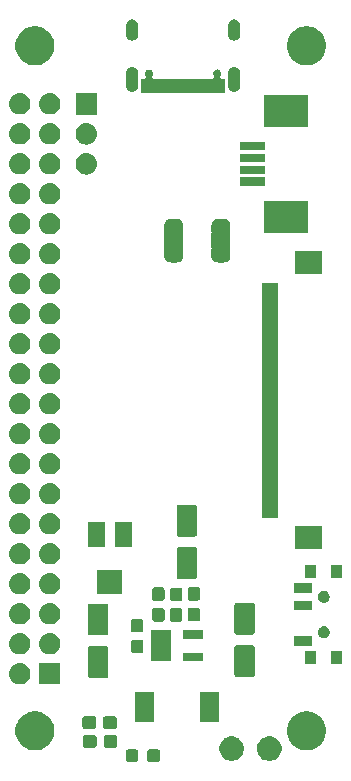
<source format=gts>
G04 #@! TF.GenerationSoftware,KiCad,Pcbnew,(5.1.4)-1*
G04 #@! TF.CreationDate,2021-02-21T00:03:44+01:00*
G04 #@! TF.ProjectId,rgb_lcd_pihat,7267625f-6c63-4645-9f70-696861742e6b,rev?*
G04 #@! TF.SameCoordinates,Original*
G04 #@! TF.FileFunction,Soldermask,Top*
G04 #@! TF.FilePolarity,Negative*
%FSLAX46Y46*%
G04 Gerber Fmt 4.6, Leading zero omitted, Abs format (unit mm)*
G04 Created by KiCad (PCBNEW (5.1.4)-1) date 2021-02-21 00:03:44*
%MOMM*%
%LPD*%
G04 APERTURE LIST*
%ADD10C,0.100000*%
G04 APERTURE END LIST*
D10*
G36*
X54176999Y-98078445D02*
G01*
X54214495Y-98089820D01*
X54249054Y-98108292D01*
X54279347Y-98133153D01*
X54304208Y-98163446D01*
X54322680Y-98198005D01*
X54334055Y-98235501D01*
X54338500Y-98280638D01*
X54338500Y-98919362D01*
X54334055Y-98964499D01*
X54322680Y-99001995D01*
X54304208Y-99036554D01*
X54279347Y-99066847D01*
X54249054Y-99091708D01*
X54214495Y-99110180D01*
X54176999Y-99121555D01*
X54131862Y-99126000D01*
X53468138Y-99126000D01*
X53423001Y-99121555D01*
X53385505Y-99110180D01*
X53350946Y-99091708D01*
X53320653Y-99066847D01*
X53295792Y-99036554D01*
X53277320Y-99001995D01*
X53265945Y-98964499D01*
X53261500Y-98919362D01*
X53261500Y-98280638D01*
X53265945Y-98235501D01*
X53277320Y-98198005D01*
X53295792Y-98163446D01*
X53320653Y-98133153D01*
X53350946Y-98108292D01*
X53385505Y-98089820D01*
X53423001Y-98078445D01*
X53468138Y-98074000D01*
X54131862Y-98074000D01*
X54176999Y-98078445D01*
X54176999Y-98078445D01*
G37*
G36*
X52351999Y-98078445D02*
G01*
X52389495Y-98089820D01*
X52424054Y-98108292D01*
X52454347Y-98133153D01*
X52479208Y-98163446D01*
X52497680Y-98198005D01*
X52509055Y-98235501D01*
X52513500Y-98280638D01*
X52513500Y-98919362D01*
X52509055Y-98964499D01*
X52497680Y-99001995D01*
X52479208Y-99036554D01*
X52454347Y-99066847D01*
X52424054Y-99091708D01*
X52389495Y-99110180D01*
X52351999Y-99121555D01*
X52306862Y-99126000D01*
X51643138Y-99126000D01*
X51598001Y-99121555D01*
X51560505Y-99110180D01*
X51525946Y-99091708D01*
X51495653Y-99066847D01*
X51470792Y-99036554D01*
X51452320Y-99001995D01*
X51440945Y-98964499D01*
X51436500Y-98919362D01*
X51436500Y-98280638D01*
X51440945Y-98235501D01*
X51452320Y-98198005D01*
X51470792Y-98163446D01*
X51495653Y-98133153D01*
X51525946Y-98108292D01*
X51560505Y-98089820D01*
X51598001Y-98078445D01*
X51643138Y-98074000D01*
X52306862Y-98074000D01*
X52351999Y-98078445D01*
X52351999Y-98078445D01*
G37*
G36*
X60706564Y-96989389D02*
G01*
X60897833Y-97068615D01*
X60897835Y-97068616D01*
X61000179Y-97137000D01*
X61069973Y-97183635D01*
X61216365Y-97330027D01*
X61331385Y-97502167D01*
X61410611Y-97693436D01*
X61451000Y-97896484D01*
X61451000Y-98103516D01*
X61410611Y-98306564D01*
X61398004Y-98337000D01*
X61331384Y-98497835D01*
X61216365Y-98669973D01*
X61069973Y-98816365D01*
X60897835Y-98931384D01*
X60897834Y-98931385D01*
X60897833Y-98931385D01*
X60706564Y-99010611D01*
X60503516Y-99051000D01*
X60296484Y-99051000D01*
X60093436Y-99010611D01*
X59902167Y-98931385D01*
X59902166Y-98931385D01*
X59902165Y-98931384D01*
X59730027Y-98816365D01*
X59583635Y-98669973D01*
X59468616Y-98497835D01*
X59401996Y-98337000D01*
X59389389Y-98306564D01*
X59349000Y-98103516D01*
X59349000Y-97896484D01*
X59389389Y-97693436D01*
X59468615Y-97502167D01*
X59583635Y-97330027D01*
X59730027Y-97183635D01*
X59799821Y-97137000D01*
X59902165Y-97068616D01*
X59902167Y-97068615D01*
X60093436Y-96989389D01*
X60296484Y-96949000D01*
X60503516Y-96949000D01*
X60706564Y-96989389D01*
X60706564Y-96989389D01*
G37*
G36*
X63906564Y-96989389D02*
G01*
X64097833Y-97068615D01*
X64097835Y-97068616D01*
X64200179Y-97137000D01*
X64269973Y-97183635D01*
X64416365Y-97330027D01*
X64531385Y-97502167D01*
X64610611Y-97693436D01*
X64651000Y-97896484D01*
X64651000Y-98103516D01*
X64610611Y-98306564D01*
X64598004Y-98337000D01*
X64531384Y-98497835D01*
X64416365Y-98669973D01*
X64269973Y-98816365D01*
X64097835Y-98931384D01*
X64097834Y-98931385D01*
X64097833Y-98931385D01*
X63906564Y-99010611D01*
X63703516Y-99051000D01*
X63496484Y-99051000D01*
X63293436Y-99010611D01*
X63102167Y-98931385D01*
X63102166Y-98931385D01*
X63102165Y-98931384D01*
X62930027Y-98816365D01*
X62783635Y-98669973D01*
X62668616Y-98497835D01*
X62601996Y-98337000D01*
X62589389Y-98306564D01*
X62549000Y-98103516D01*
X62549000Y-97896484D01*
X62589389Y-97693436D01*
X62668615Y-97502167D01*
X62783635Y-97330027D01*
X62930027Y-97183635D01*
X62999821Y-97137000D01*
X63102165Y-97068616D01*
X63102167Y-97068615D01*
X63293436Y-96989389D01*
X63496484Y-96949000D01*
X63703516Y-96949000D01*
X63906564Y-96989389D01*
X63906564Y-96989389D01*
G37*
G36*
X44125256Y-94891298D02*
G01*
X44231579Y-94912447D01*
X44532042Y-95036903D01*
X44802451Y-95217585D01*
X45032415Y-95447549D01*
X45092184Y-95537000D01*
X45213098Y-95717960D01*
X45337553Y-96018422D01*
X45398735Y-96326000D01*
X45401000Y-96337391D01*
X45401000Y-96662609D01*
X45337553Y-96981579D01*
X45213097Y-97282042D01*
X45032415Y-97552451D01*
X44802451Y-97782415D01*
X44532042Y-97963097D01*
X44231579Y-98087553D01*
X44151327Y-98103516D01*
X43912611Y-98151000D01*
X43587389Y-98151000D01*
X43348673Y-98103516D01*
X43268421Y-98087553D01*
X42967958Y-97963097D01*
X42697549Y-97782415D01*
X42467585Y-97552451D01*
X42286903Y-97282042D01*
X42162447Y-96981579D01*
X42099000Y-96662609D01*
X42099000Y-96337391D01*
X42101266Y-96326000D01*
X42162447Y-96018422D01*
X42286902Y-95717960D01*
X42407816Y-95537000D01*
X42467585Y-95447549D01*
X42697549Y-95217585D01*
X42967958Y-95036903D01*
X43268421Y-94912447D01*
X43374744Y-94891298D01*
X43587389Y-94849000D01*
X43912611Y-94849000D01*
X44125256Y-94891298D01*
X44125256Y-94891298D01*
G37*
G36*
X67125256Y-94891298D02*
G01*
X67231579Y-94912447D01*
X67532042Y-95036903D01*
X67802451Y-95217585D01*
X68032415Y-95447549D01*
X68092184Y-95537000D01*
X68213098Y-95717960D01*
X68337553Y-96018422D01*
X68398735Y-96326000D01*
X68401000Y-96337391D01*
X68401000Y-96662609D01*
X68337553Y-96981579D01*
X68213097Y-97282042D01*
X68032415Y-97552451D01*
X67802451Y-97782415D01*
X67532042Y-97963097D01*
X67231579Y-98087553D01*
X67151327Y-98103516D01*
X66912611Y-98151000D01*
X66587389Y-98151000D01*
X66348673Y-98103516D01*
X66268421Y-98087553D01*
X65967958Y-97963097D01*
X65697549Y-97782415D01*
X65467585Y-97552451D01*
X65286903Y-97282042D01*
X65162447Y-96981579D01*
X65099000Y-96662609D01*
X65099000Y-96337391D01*
X65101266Y-96326000D01*
X65162447Y-96018422D01*
X65286902Y-95717960D01*
X65407816Y-95537000D01*
X65467585Y-95447549D01*
X65697549Y-95217585D01*
X65967958Y-95036903D01*
X66268421Y-94912447D01*
X66374744Y-94891298D01*
X66587389Y-94849000D01*
X66912611Y-94849000D01*
X67125256Y-94891298D01*
X67125256Y-94891298D01*
G37*
G36*
X50564499Y-96878445D02*
G01*
X50601995Y-96889820D01*
X50636554Y-96908292D01*
X50666847Y-96933153D01*
X50691708Y-96963446D01*
X50710180Y-96998005D01*
X50721555Y-97035501D01*
X50726000Y-97080638D01*
X50726000Y-97719362D01*
X50721555Y-97764499D01*
X50710180Y-97801995D01*
X50691708Y-97836554D01*
X50666847Y-97866847D01*
X50636554Y-97891708D01*
X50601995Y-97910180D01*
X50564499Y-97921555D01*
X50519362Y-97926000D01*
X49780638Y-97926000D01*
X49735501Y-97921555D01*
X49698005Y-97910180D01*
X49663446Y-97891708D01*
X49633153Y-97866847D01*
X49608292Y-97836554D01*
X49589820Y-97801995D01*
X49578445Y-97764499D01*
X49574000Y-97719362D01*
X49574000Y-97080638D01*
X49578445Y-97035501D01*
X49589820Y-96998005D01*
X49608292Y-96963446D01*
X49633153Y-96933153D01*
X49663446Y-96908292D01*
X49698005Y-96889820D01*
X49735501Y-96878445D01*
X49780638Y-96874000D01*
X50519362Y-96874000D01*
X50564499Y-96878445D01*
X50564499Y-96878445D01*
G37*
G36*
X48814499Y-96878445D02*
G01*
X48851995Y-96889820D01*
X48886554Y-96908292D01*
X48916847Y-96933153D01*
X48941708Y-96963446D01*
X48960180Y-96998005D01*
X48971555Y-97035501D01*
X48976000Y-97080638D01*
X48976000Y-97719362D01*
X48971555Y-97764499D01*
X48960180Y-97801995D01*
X48941708Y-97836554D01*
X48916847Y-97866847D01*
X48886554Y-97891708D01*
X48851995Y-97910180D01*
X48814499Y-97921555D01*
X48769362Y-97926000D01*
X48030638Y-97926000D01*
X47985501Y-97921555D01*
X47948005Y-97910180D01*
X47913446Y-97891708D01*
X47883153Y-97866847D01*
X47858292Y-97836554D01*
X47839820Y-97801995D01*
X47828445Y-97764499D01*
X47824000Y-97719362D01*
X47824000Y-97080638D01*
X47828445Y-97035501D01*
X47839820Y-96998005D01*
X47858292Y-96963446D01*
X47883153Y-96933153D01*
X47913446Y-96908292D01*
X47948005Y-96889820D01*
X47985501Y-96878445D01*
X48030638Y-96874000D01*
X48769362Y-96874000D01*
X48814499Y-96878445D01*
X48814499Y-96878445D01*
G37*
G36*
X50514499Y-95278445D02*
G01*
X50551995Y-95289820D01*
X50586554Y-95308292D01*
X50616847Y-95333153D01*
X50641708Y-95363446D01*
X50660180Y-95398005D01*
X50671555Y-95435501D01*
X50676000Y-95480638D01*
X50676000Y-96119362D01*
X50671555Y-96164499D01*
X50660180Y-96201995D01*
X50641708Y-96236554D01*
X50616847Y-96266847D01*
X50586554Y-96291708D01*
X50551995Y-96310180D01*
X50514499Y-96321555D01*
X50469362Y-96326000D01*
X49730638Y-96326000D01*
X49685501Y-96321555D01*
X49648005Y-96310180D01*
X49613446Y-96291708D01*
X49583153Y-96266847D01*
X49558292Y-96236554D01*
X49539820Y-96201995D01*
X49528445Y-96164499D01*
X49524000Y-96119362D01*
X49524000Y-95480638D01*
X49528445Y-95435501D01*
X49539820Y-95398005D01*
X49558292Y-95363446D01*
X49583153Y-95333153D01*
X49613446Y-95308292D01*
X49648005Y-95289820D01*
X49685501Y-95278445D01*
X49730638Y-95274000D01*
X50469362Y-95274000D01*
X50514499Y-95278445D01*
X50514499Y-95278445D01*
G37*
G36*
X48764499Y-95278445D02*
G01*
X48801995Y-95289820D01*
X48836554Y-95308292D01*
X48866847Y-95333153D01*
X48891708Y-95363446D01*
X48910180Y-95398005D01*
X48921555Y-95435501D01*
X48926000Y-95480638D01*
X48926000Y-96119362D01*
X48921555Y-96164499D01*
X48910180Y-96201995D01*
X48891708Y-96236554D01*
X48866847Y-96266847D01*
X48836554Y-96291708D01*
X48801995Y-96310180D01*
X48764499Y-96321555D01*
X48719362Y-96326000D01*
X47980638Y-96326000D01*
X47935501Y-96321555D01*
X47898005Y-96310180D01*
X47863446Y-96291708D01*
X47833153Y-96266847D01*
X47808292Y-96236554D01*
X47789820Y-96201995D01*
X47778445Y-96164499D01*
X47774000Y-96119362D01*
X47774000Y-95480638D01*
X47778445Y-95435501D01*
X47789820Y-95398005D01*
X47808292Y-95363446D01*
X47833153Y-95333153D01*
X47863446Y-95308292D01*
X47898005Y-95289820D01*
X47935501Y-95278445D01*
X47980638Y-95274000D01*
X48719362Y-95274000D01*
X48764499Y-95278445D01*
X48764499Y-95278445D01*
G37*
G36*
X53801000Y-95751000D02*
G01*
X52199000Y-95751000D01*
X52199000Y-93249000D01*
X53801000Y-93249000D01*
X53801000Y-95751000D01*
X53801000Y-95751000D01*
G37*
G36*
X59301000Y-95751000D02*
G01*
X57699000Y-95751000D01*
X57699000Y-93249000D01*
X59301000Y-93249000D01*
X59301000Y-95751000D01*
X59301000Y-95751000D01*
G37*
G36*
X42570443Y-90765519D02*
G01*
X42636627Y-90772037D01*
X42806466Y-90823557D01*
X42962991Y-90907222D01*
X42998729Y-90936552D01*
X43100186Y-91019814D01*
X43183448Y-91121271D01*
X43212778Y-91157009D01*
X43296443Y-91313534D01*
X43347963Y-91483373D01*
X43365359Y-91660000D01*
X43347963Y-91836627D01*
X43296443Y-92006466D01*
X43212778Y-92162991D01*
X43183448Y-92198729D01*
X43100186Y-92300186D01*
X42998729Y-92383448D01*
X42962991Y-92412778D01*
X42806466Y-92496443D01*
X42636627Y-92547963D01*
X42570443Y-92554481D01*
X42504260Y-92561000D01*
X42415740Y-92561000D01*
X42349557Y-92554481D01*
X42283373Y-92547963D01*
X42113534Y-92496443D01*
X41957009Y-92412778D01*
X41921271Y-92383448D01*
X41819814Y-92300186D01*
X41736552Y-92198729D01*
X41707222Y-92162991D01*
X41623557Y-92006466D01*
X41572037Y-91836627D01*
X41554641Y-91660000D01*
X41572037Y-91483373D01*
X41623557Y-91313534D01*
X41707222Y-91157009D01*
X41736552Y-91121271D01*
X41819814Y-91019814D01*
X41921271Y-90936552D01*
X41957009Y-90907222D01*
X42113534Y-90823557D01*
X42283373Y-90772037D01*
X42349557Y-90765519D01*
X42415740Y-90759000D01*
X42504260Y-90759000D01*
X42570443Y-90765519D01*
X42570443Y-90765519D01*
G37*
G36*
X45901000Y-92561000D02*
G01*
X44099000Y-92561000D01*
X44099000Y-90759000D01*
X45901000Y-90759000D01*
X45901000Y-92561000D01*
X45901000Y-92561000D01*
G37*
G36*
X49807997Y-89328051D02*
G01*
X49841652Y-89338261D01*
X49872665Y-89354838D01*
X49899851Y-89377149D01*
X49922162Y-89404335D01*
X49938739Y-89435348D01*
X49948949Y-89469003D01*
X49953000Y-89510138D01*
X49953000Y-91839862D01*
X49948949Y-91880997D01*
X49938739Y-91914652D01*
X49922162Y-91945665D01*
X49899851Y-91972851D01*
X49872665Y-91995162D01*
X49841652Y-92011739D01*
X49807997Y-92021949D01*
X49766862Y-92026000D01*
X48437138Y-92026000D01*
X48396003Y-92021949D01*
X48362348Y-92011739D01*
X48331335Y-91995162D01*
X48304149Y-91972851D01*
X48281838Y-91945665D01*
X48265261Y-91914652D01*
X48255051Y-91880997D01*
X48251000Y-91839862D01*
X48251000Y-89510138D01*
X48255051Y-89469003D01*
X48265261Y-89435348D01*
X48281838Y-89404335D01*
X48304149Y-89377149D01*
X48331335Y-89354838D01*
X48362348Y-89338261D01*
X48396003Y-89328051D01*
X48437138Y-89324000D01*
X49766862Y-89324000D01*
X49807997Y-89328051D01*
X49807997Y-89328051D01*
G37*
G36*
X62205997Y-89253051D02*
G01*
X62239652Y-89263261D01*
X62270665Y-89279838D01*
X62297851Y-89302149D01*
X62320162Y-89329335D01*
X62336739Y-89360348D01*
X62346949Y-89394003D01*
X62351000Y-89435138D01*
X62351000Y-91764862D01*
X62346949Y-91805997D01*
X62336739Y-91839652D01*
X62320162Y-91870665D01*
X62297851Y-91897851D01*
X62270665Y-91920162D01*
X62239652Y-91936739D01*
X62205997Y-91946949D01*
X62164862Y-91951000D01*
X60835138Y-91951000D01*
X60794003Y-91946949D01*
X60760348Y-91936739D01*
X60729335Y-91920162D01*
X60702149Y-91897851D01*
X60679838Y-91870665D01*
X60663261Y-91839652D01*
X60653051Y-91805997D01*
X60649000Y-91764862D01*
X60649000Y-89435138D01*
X60653051Y-89394003D01*
X60663261Y-89360348D01*
X60679838Y-89329335D01*
X60702149Y-89302149D01*
X60729335Y-89279838D01*
X60760348Y-89263261D01*
X60794003Y-89253051D01*
X60835138Y-89249000D01*
X62164862Y-89249000D01*
X62205997Y-89253051D01*
X62205997Y-89253051D01*
G37*
G36*
X69761000Y-90851000D02*
G01*
X68859000Y-90851000D01*
X68859000Y-89749000D01*
X69761000Y-89749000D01*
X69761000Y-90851000D01*
X69761000Y-90851000D01*
G37*
G36*
X67551000Y-90851000D02*
G01*
X66649000Y-90851000D01*
X66649000Y-89749000D01*
X67551000Y-89749000D01*
X67551000Y-90851000D01*
X67551000Y-90851000D01*
G37*
G36*
X57967000Y-90626000D02*
G01*
X56305000Y-90626000D01*
X56305000Y-89874000D01*
X57967000Y-89874000D01*
X57967000Y-90626000D01*
X57967000Y-90626000D01*
G37*
G36*
X55267000Y-90626000D02*
G01*
X53605000Y-90626000D01*
X53605000Y-87974000D01*
X55267000Y-87974000D01*
X55267000Y-90626000D01*
X55267000Y-90626000D01*
G37*
G36*
X42570443Y-88225519D02*
G01*
X42636627Y-88232037D01*
X42806466Y-88283557D01*
X42806468Y-88283558D01*
X42833208Y-88297851D01*
X42962991Y-88367222D01*
X42997036Y-88395162D01*
X43100186Y-88479814D01*
X43183448Y-88581271D01*
X43212778Y-88617009D01*
X43296443Y-88773534D01*
X43347963Y-88943373D01*
X43365359Y-89120000D01*
X43347963Y-89296627D01*
X43296443Y-89466466D01*
X43296442Y-89466468D01*
X43273100Y-89510138D01*
X43212778Y-89622991D01*
X43183448Y-89658729D01*
X43100186Y-89760186D01*
X42998729Y-89843448D01*
X42962991Y-89872778D01*
X42806466Y-89956443D01*
X42636627Y-90007963D01*
X42570442Y-90014482D01*
X42504260Y-90021000D01*
X42415740Y-90021000D01*
X42349558Y-90014482D01*
X42283373Y-90007963D01*
X42113534Y-89956443D01*
X41957009Y-89872778D01*
X41921271Y-89843448D01*
X41819814Y-89760186D01*
X41736552Y-89658729D01*
X41707222Y-89622991D01*
X41646900Y-89510138D01*
X41623558Y-89466468D01*
X41623557Y-89466466D01*
X41572037Y-89296627D01*
X41554641Y-89120000D01*
X41572037Y-88943373D01*
X41623557Y-88773534D01*
X41707222Y-88617009D01*
X41736552Y-88581271D01*
X41819814Y-88479814D01*
X41922964Y-88395162D01*
X41957009Y-88367222D01*
X42086792Y-88297851D01*
X42113532Y-88283558D01*
X42113534Y-88283557D01*
X42283373Y-88232037D01*
X42349557Y-88225519D01*
X42415740Y-88219000D01*
X42504260Y-88219000D01*
X42570443Y-88225519D01*
X42570443Y-88225519D01*
G37*
G36*
X45110443Y-88225519D02*
G01*
X45176627Y-88232037D01*
X45346466Y-88283557D01*
X45346468Y-88283558D01*
X45373208Y-88297851D01*
X45502991Y-88367222D01*
X45537036Y-88395162D01*
X45640186Y-88479814D01*
X45723448Y-88581271D01*
X45752778Y-88617009D01*
X45836443Y-88773534D01*
X45887963Y-88943373D01*
X45905359Y-89120000D01*
X45887963Y-89296627D01*
X45836443Y-89466466D01*
X45836442Y-89466468D01*
X45813100Y-89510138D01*
X45752778Y-89622991D01*
X45723448Y-89658729D01*
X45640186Y-89760186D01*
X45538729Y-89843448D01*
X45502991Y-89872778D01*
X45346466Y-89956443D01*
X45176627Y-90007963D01*
X45110442Y-90014482D01*
X45044260Y-90021000D01*
X44955740Y-90021000D01*
X44889558Y-90014482D01*
X44823373Y-90007963D01*
X44653534Y-89956443D01*
X44497009Y-89872778D01*
X44461271Y-89843448D01*
X44359814Y-89760186D01*
X44276552Y-89658729D01*
X44247222Y-89622991D01*
X44186900Y-89510138D01*
X44163558Y-89466468D01*
X44163557Y-89466466D01*
X44112037Y-89296627D01*
X44094641Y-89120000D01*
X44112037Y-88943373D01*
X44163557Y-88773534D01*
X44247222Y-88617009D01*
X44276552Y-88581271D01*
X44359814Y-88479814D01*
X44462964Y-88395162D01*
X44497009Y-88367222D01*
X44626792Y-88297851D01*
X44653532Y-88283558D01*
X44653534Y-88283557D01*
X44823373Y-88232037D01*
X44889557Y-88225519D01*
X44955740Y-88219000D01*
X45044260Y-88219000D01*
X45110443Y-88225519D01*
X45110443Y-88225519D01*
G37*
G36*
X52768499Y-88775445D02*
G01*
X52805995Y-88786820D01*
X52840554Y-88805292D01*
X52870847Y-88830153D01*
X52895708Y-88860446D01*
X52914180Y-88895005D01*
X52925555Y-88932501D01*
X52930000Y-88977638D01*
X52930000Y-89716362D01*
X52925555Y-89761499D01*
X52914180Y-89798995D01*
X52895708Y-89833554D01*
X52870847Y-89863847D01*
X52840554Y-89888708D01*
X52805995Y-89907180D01*
X52768499Y-89918555D01*
X52723362Y-89923000D01*
X52084638Y-89923000D01*
X52039501Y-89918555D01*
X52002005Y-89907180D01*
X51967446Y-89888708D01*
X51937153Y-89863847D01*
X51912292Y-89833554D01*
X51893820Y-89798995D01*
X51882445Y-89761499D01*
X51878000Y-89716362D01*
X51878000Y-88977638D01*
X51882445Y-88932501D01*
X51893820Y-88895005D01*
X51912292Y-88860446D01*
X51937153Y-88830153D01*
X51967446Y-88805292D01*
X52002005Y-88786820D01*
X52039501Y-88775445D01*
X52084638Y-88771000D01*
X52723362Y-88771000D01*
X52768499Y-88775445D01*
X52768499Y-88775445D01*
G37*
G36*
X67251000Y-89301000D02*
G01*
X65649000Y-89301000D01*
X65649000Y-88499000D01*
X67251000Y-88499000D01*
X67251000Y-89301000D01*
X67251000Y-89301000D01*
G37*
G36*
X57967000Y-88726000D02*
G01*
X56305000Y-88726000D01*
X56305000Y-87974000D01*
X57967000Y-87974000D01*
X57967000Y-88726000D01*
X57967000Y-88726000D01*
G37*
G36*
X68307740Y-87658626D02*
G01*
X68356136Y-87668253D01*
X68393902Y-87683896D01*
X68447311Y-87706019D01*
X68447312Y-87706020D01*
X68529369Y-87760848D01*
X68599152Y-87830631D01*
X68599153Y-87830633D01*
X68653981Y-87912689D01*
X68691747Y-88003865D01*
X68707899Y-88085063D01*
X68711000Y-88100656D01*
X68711000Y-88199344D01*
X68691747Y-88296136D01*
X68686911Y-88307810D01*
X68653981Y-88387311D01*
X68653980Y-88387312D01*
X68599152Y-88469369D01*
X68529369Y-88539152D01*
X68488062Y-88566752D01*
X68447311Y-88593981D01*
X68393902Y-88616104D01*
X68356136Y-88631747D01*
X68307740Y-88641373D01*
X68259345Y-88651000D01*
X68160655Y-88651000D01*
X68112260Y-88641373D01*
X68063864Y-88631747D01*
X68026098Y-88616104D01*
X67972689Y-88593981D01*
X67931938Y-88566752D01*
X67890631Y-88539152D01*
X67820848Y-88469369D01*
X67766020Y-88387312D01*
X67766019Y-88387311D01*
X67733089Y-88307810D01*
X67728253Y-88296136D01*
X67709000Y-88199344D01*
X67709000Y-88100656D01*
X67712102Y-88085063D01*
X67728253Y-88003865D01*
X67766019Y-87912689D01*
X67820847Y-87830633D01*
X67820848Y-87830631D01*
X67890631Y-87760848D01*
X67972688Y-87706020D01*
X67972689Y-87706019D01*
X68026098Y-87683896D01*
X68063864Y-87668253D01*
X68112260Y-87658626D01*
X68160655Y-87649000D01*
X68259345Y-87649000D01*
X68307740Y-87658626D01*
X68307740Y-87658626D01*
G37*
G36*
X49807997Y-85728051D02*
G01*
X49841652Y-85738261D01*
X49872665Y-85754838D01*
X49899851Y-85777149D01*
X49922162Y-85804335D01*
X49938739Y-85835348D01*
X49948949Y-85869003D01*
X49953000Y-85910138D01*
X49953000Y-88239862D01*
X49948949Y-88280997D01*
X49938739Y-88314652D01*
X49922162Y-88345665D01*
X49899851Y-88372851D01*
X49872665Y-88395162D01*
X49841652Y-88411739D01*
X49807997Y-88421949D01*
X49766862Y-88426000D01*
X48437138Y-88426000D01*
X48396003Y-88421949D01*
X48362348Y-88411739D01*
X48331335Y-88395162D01*
X48304149Y-88372851D01*
X48281838Y-88345665D01*
X48265261Y-88314652D01*
X48255051Y-88280997D01*
X48251000Y-88239862D01*
X48251000Y-85910138D01*
X48255051Y-85869003D01*
X48265261Y-85835348D01*
X48281838Y-85804335D01*
X48304149Y-85777149D01*
X48331335Y-85754838D01*
X48362348Y-85738261D01*
X48396003Y-85728051D01*
X48437138Y-85724000D01*
X49766862Y-85724000D01*
X49807997Y-85728051D01*
X49807997Y-85728051D01*
G37*
G36*
X62205997Y-85653051D02*
G01*
X62239652Y-85663261D01*
X62270665Y-85679838D01*
X62297851Y-85702149D01*
X62320162Y-85729335D01*
X62336739Y-85760348D01*
X62346949Y-85794003D01*
X62351000Y-85835138D01*
X62351000Y-88164862D01*
X62346949Y-88205997D01*
X62336739Y-88239652D01*
X62320162Y-88270665D01*
X62297851Y-88297851D01*
X62270665Y-88320162D01*
X62239652Y-88336739D01*
X62205997Y-88346949D01*
X62164862Y-88351000D01*
X60835138Y-88351000D01*
X60794003Y-88346949D01*
X60760348Y-88336739D01*
X60729335Y-88320162D01*
X60702149Y-88297851D01*
X60679838Y-88270665D01*
X60663261Y-88239652D01*
X60653051Y-88205997D01*
X60649000Y-88164862D01*
X60649000Y-85835138D01*
X60653051Y-85794003D01*
X60663261Y-85760348D01*
X60679838Y-85729335D01*
X60702149Y-85702149D01*
X60729335Y-85679838D01*
X60760348Y-85663261D01*
X60794003Y-85653051D01*
X60835138Y-85649000D01*
X62164862Y-85649000D01*
X62205997Y-85653051D01*
X62205997Y-85653051D01*
G37*
G36*
X52768499Y-87025445D02*
G01*
X52805995Y-87036820D01*
X52840554Y-87055292D01*
X52870847Y-87080153D01*
X52895708Y-87110446D01*
X52914180Y-87145005D01*
X52925555Y-87182501D01*
X52930000Y-87227638D01*
X52930000Y-87966362D01*
X52925555Y-88011499D01*
X52914180Y-88048995D01*
X52895708Y-88083554D01*
X52870847Y-88113847D01*
X52840554Y-88138708D01*
X52805995Y-88157180D01*
X52768499Y-88168555D01*
X52723362Y-88173000D01*
X52084638Y-88173000D01*
X52039501Y-88168555D01*
X52002005Y-88157180D01*
X51967446Y-88138708D01*
X51937153Y-88113847D01*
X51912292Y-88083554D01*
X51893820Y-88048995D01*
X51882445Y-88011499D01*
X51878000Y-87966362D01*
X51878000Y-87227638D01*
X51882445Y-87182501D01*
X51893820Y-87145005D01*
X51912292Y-87110446D01*
X51937153Y-87080153D01*
X51967446Y-87055292D01*
X52002005Y-87036820D01*
X52039501Y-87025445D01*
X52084638Y-87021000D01*
X52723362Y-87021000D01*
X52768499Y-87025445D01*
X52768499Y-87025445D01*
G37*
G36*
X42570442Y-85685518D02*
G01*
X42636627Y-85692037D01*
X42806466Y-85743557D01*
X42806468Y-85743558D01*
X42827571Y-85754838D01*
X42962991Y-85827222D01*
X42972892Y-85835348D01*
X43100186Y-85939814D01*
X43183448Y-86041271D01*
X43212778Y-86077009D01*
X43296443Y-86233534D01*
X43347963Y-86403373D01*
X43365359Y-86580000D01*
X43347963Y-86756627D01*
X43296443Y-86926466D01*
X43212778Y-87082991D01*
X43191338Y-87109115D01*
X43100186Y-87220186D01*
X43032175Y-87276000D01*
X42962991Y-87332778D01*
X42806466Y-87416443D01*
X42636627Y-87467963D01*
X42570442Y-87474482D01*
X42504260Y-87481000D01*
X42415740Y-87481000D01*
X42349558Y-87474482D01*
X42283373Y-87467963D01*
X42113534Y-87416443D01*
X41957009Y-87332778D01*
X41887825Y-87276000D01*
X41819814Y-87220186D01*
X41728662Y-87109115D01*
X41707222Y-87082991D01*
X41623557Y-86926466D01*
X41572037Y-86756627D01*
X41554641Y-86580000D01*
X41572037Y-86403373D01*
X41623557Y-86233534D01*
X41707222Y-86077009D01*
X41736552Y-86041271D01*
X41819814Y-85939814D01*
X41947108Y-85835348D01*
X41957009Y-85827222D01*
X42092429Y-85754838D01*
X42113532Y-85743558D01*
X42113534Y-85743557D01*
X42283373Y-85692037D01*
X42349558Y-85685518D01*
X42415740Y-85679000D01*
X42504260Y-85679000D01*
X42570442Y-85685518D01*
X42570442Y-85685518D01*
G37*
G36*
X45110442Y-85685518D02*
G01*
X45176627Y-85692037D01*
X45346466Y-85743557D01*
X45346468Y-85743558D01*
X45367571Y-85754838D01*
X45502991Y-85827222D01*
X45512892Y-85835348D01*
X45640186Y-85939814D01*
X45723448Y-86041271D01*
X45752778Y-86077009D01*
X45836443Y-86233534D01*
X45887963Y-86403373D01*
X45905359Y-86580000D01*
X45887963Y-86756627D01*
X45836443Y-86926466D01*
X45752778Y-87082991D01*
X45731338Y-87109115D01*
X45640186Y-87220186D01*
X45572175Y-87276000D01*
X45502991Y-87332778D01*
X45346466Y-87416443D01*
X45176627Y-87467963D01*
X45110442Y-87474482D01*
X45044260Y-87481000D01*
X44955740Y-87481000D01*
X44889558Y-87474482D01*
X44823373Y-87467963D01*
X44653534Y-87416443D01*
X44497009Y-87332778D01*
X44427825Y-87276000D01*
X44359814Y-87220186D01*
X44268662Y-87109115D01*
X44247222Y-87082991D01*
X44163557Y-86926466D01*
X44112037Y-86756627D01*
X44094641Y-86580000D01*
X44112037Y-86403373D01*
X44163557Y-86233534D01*
X44247222Y-86077009D01*
X44276552Y-86041271D01*
X44359814Y-85939814D01*
X44487108Y-85835348D01*
X44497009Y-85827222D01*
X44632429Y-85754838D01*
X44653532Y-85743558D01*
X44653534Y-85743557D01*
X44823373Y-85692037D01*
X44889558Y-85685518D01*
X44955740Y-85679000D01*
X45044260Y-85679000D01*
X45110442Y-85685518D01*
X45110442Y-85685518D01*
G37*
G36*
X56064499Y-86128445D02*
G01*
X56101995Y-86139820D01*
X56136554Y-86158292D01*
X56166847Y-86183153D01*
X56191708Y-86213446D01*
X56210180Y-86248005D01*
X56221555Y-86285501D01*
X56226000Y-86330638D01*
X56226000Y-87069362D01*
X56221555Y-87114499D01*
X56210180Y-87151995D01*
X56191708Y-87186554D01*
X56166847Y-87216847D01*
X56136554Y-87241708D01*
X56101995Y-87260180D01*
X56064499Y-87271555D01*
X56019362Y-87276000D01*
X55380638Y-87276000D01*
X55335501Y-87271555D01*
X55298005Y-87260180D01*
X55263446Y-87241708D01*
X55233153Y-87216847D01*
X55208292Y-87186554D01*
X55189820Y-87151995D01*
X55178445Y-87114499D01*
X55174000Y-87069362D01*
X55174000Y-86330638D01*
X55178445Y-86285501D01*
X55189820Y-86248005D01*
X55208292Y-86213446D01*
X55233153Y-86183153D01*
X55263446Y-86158292D01*
X55298005Y-86139820D01*
X55335501Y-86128445D01*
X55380638Y-86124000D01*
X56019362Y-86124000D01*
X56064499Y-86128445D01*
X56064499Y-86128445D01*
G37*
G36*
X54564499Y-86103445D02*
G01*
X54601995Y-86114820D01*
X54636554Y-86133292D01*
X54666847Y-86158153D01*
X54691708Y-86188446D01*
X54710180Y-86223005D01*
X54721555Y-86260501D01*
X54726000Y-86305638D01*
X54726000Y-87044362D01*
X54721555Y-87089499D01*
X54710180Y-87126995D01*
X54691708Y-87161554D01*
X54666847Y-87191847D01*
X54636554Y-87216708D01*
X54601995Y-87235180D01*
X54564499Y-87246555D01*
X54519362Y-87251000D01*
X53880638Y-87251000D01*
X53835501Y-87246555D01*
X53798005Y-87235180D01*
X53763446Y-87216708D01*
X53733153Y-87191847D01*
X53708292Y-87161554D01*
X53689820Y-87126995D01*
X53678445Y-87089499D01*
X53674000Y-87044362D01*
X53674000Y-86305638D01*
X53678445Y-86260501D01*
X53689820Y-86223005D01*
X53708292Y-86188446D01*
X53733153Y-86158153D01*
X53763446Y-86133292D01*
X53798005Y-86114820D01*
X53835501Y-86103445D01*
X53880638Y-86099000D01*
X54519362Y-86099000D01*
X54564499Y-86103445D01*
X54564499Y-86103445D01*
G37*
G36*
X57564499Y-86078445D02*
G01*
X57601995Y-86089820D01*
X57636554Y-86108292D01*
X57666847Y-86133153D01*
X57691708Y-86163446D01*
X57710180Y-86198005D01*
X57721555Y-86235501D01*
X57726000Y-86280638D01*
X57726000Y-87019362D01*
X57721555Y-87064499D01*
X57710180Y-87101995D01*
X57691708Y-87136554D01*
X57666847Y-87166847D01*
X57636554Y-87191708D01*
X57601995Y-87210180D01*
X57564499Y-87221555D01*
X57519362Y-87226000D01*
X56880638Y-87226000D01*
X56835501Y-87221555D01*
X56798005Y-87210180D01*
X56763446Y-87191708D01*
X56733153Y-87166847D01*
X56708292Y-87136554D01*
X56689820Y-87101995D01*
X56678445Y-87064499D01*
X56674000Y-87019362D01*
X56674000Y-86280638D01*
X56678445Y-86235501D01*
X56689820Y-86198005D01*
X56708292Y-86163446D01*
X56733153Y-86133153D01*
X56763446Y-86108292D01*
X56798005Y-86089820D01*
X56835501Y-86078445D01*
X56880638Y-86074000D01*
X57519362Y-86074000D01*
X57564499Y-86078445D01*
X57564499Y-86078445D01*
G37*
G36*
X67251000Y-86301000D02*
G01*
X65649000Y-86301000D01*
X65649000Y-85499000D01*
X67251000Y-85499000D01*
X67251000Y-86301000D01*
X67251000Y-86301000D01*
G37*
G36*
X68307740Y-84658627D02*
G01*
X68356136Y-84668253D01*
X68384942Y-84680185D01*
X68447311Y-84706019D01*
X68447312Y-84706020D01*
X68529369Y-84760848D01*
X68599152Y-84830631D01*
X68599153Y-84830633D01*
X68653981Y-84912689D01*
X68669850Y-84951000D01*
X68691747Y-85003864D01*
X68711000Y-85100656D01*
X68711000Y-85199344D01*
X68691747Y-85296136D01*
X68682126Y-85319362D01*
X68653981Y-85387311D01*
X68653980Y-85387312D01*
X68599152Y-85469369D01*
X68529369Y-85539152D01*
X68488062Y-85566752D01*
X68447311Y-85593981D01*
X68393902Y-85616104D01*
X68356136Y-85631747D01*
X68307740Y-85641374D01*
X68259345Y-85651000D01*
X68160655Y-85651000D01*
X68112260Y-85641374D01*
X68063864Y-85631747D01*
X68026098Y-85616104D01*
X67972689Y-85593981D01*
X67931938Y-85566752D01*
X67890631Y-85539152D01*
X67820848Y-85469369D01*
X67766020Y-85387312D01*
X67766019Y-85387311D01*
X67737874Y-85319362D01*
X67728253Y-85296136D01*
X67709000Y-85199344D01*
X67709000Y-85100656D01*
X67728253Y-85003864D01*
X67750150Y-84951000D01*
X67766019Y-84912689D01*
X67820847Y-84830633D01*
X67820848Y-84830631D01*
X67890631Y-84760848D01*
X67972688Y-84706020D01*
X67972689Y-84706019D01*
X68035058Y-84680185D01*
X68063864Y-84668253D01*
X68112260Y-84658627D01*
X68160655Y-84649000D01*
X68259345Y-84649000D01*
X68307740Y-84658627D01*
X68307740Y-84658627D01*
G37*
G36*
X56064499Y-84378445D02*
G01*
X56101995Y-84389820D01*
X56136554Y-84408292D01*
X56166847Y-84433153D01*
X56191708Y-84463446D01*
X56210180Y-84498005D01*
X56221555Y-84535501D01*
X56226000Y-84580638D01*
X56226000Y-85319362D01*
X56221555Y-85364499D01*
X56210180Y-85401995D01*
X56191708Y-85436554D01*
X56166847Y-85466847D01*
X56136554Y-85491708D01*
X56101995Y-85510180D01*
X56064499Y-85521555D01*
X56019362Y-85526000D01*
X55380638Y-85526000D01*
X55335501Y-85521555D01*
X55298005Y-85510180D01*
X55263446Y-85491708D01*
X55233153Y-85466847D01*
X55208292Y-85436554D01*
X55189820Y-85401995D01*
X55178445Y-85364499D01*
X55174000Y-85319362D01*
X55174000Y-84580638D01*
X55178445Y-84535501D01*
X55189820Y-84498005D01*
X55208292Y-84463446D01*
X55233153Y-84433153D01*
X55263446Y-84408292D01*
X55298005Y-84389820D01*
X55335501Y-84378445D01*
X55380638Y-84374000D01*
X56019362Y-84374000D01*
X56064499Y-84378445D01*
X56064499Y-84378445D01*
G37*
G36*
X54564499Y-84353445D02*
G01*
X54601995Y-84364820D01*
X54636554Y-84383292D01*
X54666847Y-84408153D01*
X54691708Y-84438446D01*
X54710180Y-84473005D01*
X54721555Y-84510501D01*
X54726000Y-84555638D01*
X54726000Y-85294362D01*
X54721555Y-85339499D01*
X54710180Y-85376995D01*
X54691708Y-85411554D01*
X54666847Y-85441847D01*
X54636554Y-85466708D01*
X54601995Y-85485180D01*
X54564499Y-85496555D01*
X54519362Y-85501000D01*
X53880638Y-85501000D01*
X53835501Y-85496555D01*
X53798005Y-85485180D01*
X53763446Y-85466708D01*
X53733153Y-85441847D01*
X53708292Y-85411554D01*
X53689820Y-85376995D01*
X53678445Y-85339499D01*
X53674000Y-85294362D01*
X53674000Y-84555638D01*
X53678445Y-84510501D01*
X53689820Y-84473005D01*
X53708292Y-84438446D01*
X53733153Y-84408153D01*
X53763446Y-84383292D01*
X53798005Y-84364820D01*
X53835501Y-84353445D01*
X53880638Y-84349000D01*
X54519362Y-84349000D01*
X54564499Y-84353445D01*
X54564499Y-84353445D01*
G37*
G36*
X57564499Y-84328445D02*
G01*
X57601995Y-84339820D01*
X57636554Y-84358292D01*
X57666847Y-84383153D01*
X57691708Y-84413446D01*
X57710180Y-84448005D01*
X57721555Y-84485501D01*
X57726000Y-84530638D01*
X57726000Y-85269362D01*
X57721555Y-85314499D01*
X57710180Y-85351995D01*
X57691708Y-85386554D01*
X57666847Y-85416847D01*
X57636554Y-85441708D01*
X57601995Y-85460180D01*
X57564499Y-85471555D01*
X57519362Y-85476000D01*
X56880638Y-85476000D01*
X56835501Y-85471555D01*
X56798005Y-85460180D01*
X56763446Y-85441708D01*
X56733153Y-85416847D01*
X56708292Y-85386554D01*
X56689820Y-85351995D01*
X56678445Y-85314499D01*
X56674000Y-85269362D01*
X56674000Y-84530638D01*
X56678445Y-84485501D01*
X56689820Y-84448005D01*
X56708292Y-84413446D01*
X56733153Y-84383153D01*
X56763446Y-84358292D01*
X56798005Y-84339820D01*
X56835501Y-84328445D01*
X56880638Y-84324000D01*
X57519362Y-84324000D01*
X57564499Y-84328445D01*
X57564499Y-84328445D01*
G37*
G36*
X51151000Y-84951000D02*
G01*
X49049000Y-84951000D01*
X49049000Y-82849000D01*
X51151000Y-82849000D01*
X51151000Y-84951000D01*
X51151000Y-84951000D01*
G37*
G36*
X42570442Y-83145518D02*
G01*
X42636627Y-83152037D01*
X42806466Y-83203557D01*
X42962991Y-83287222D01*
X42998729Y-83316552D01*
X43100186Y-83399814D01*
X43183448Y-83501271D01*
X43212778Y-83537009D01*
X43296443Y-83693534D01*
X43347963Y-83863373D01*
X43365359Y-84040000D01*
X43347963Y-84216627D01*
X43296443Y-84386466D01*
X43212778Y-84542991D01*
X43198252Y-84560691D01*
X43100186Y-84680186D01*
X43001899Y-84760847D01*
X42962991Y-84792778D01*
X42806466Y-84876443D01*
X42636627Y-84927963D01*
X42570443Y-84934481D01*
X42504260Y-84941000D01*
X42415740Y-84941000D01*
X42349557Y-84934481D01*
X42283373Y-84927963D01*
X42113534Y-84876443D01*
X41957009Y-84792778D01*
X41918101Y-84760847D01*
X41819814Y-84680186D01*
X41721748Y-84560691D01*
X41707222Y-84542991D01*
X41623557Y-84386466D01*
X41572037Y-84216627D01*
X41554641Y-84040000D01*
X41572037Y-83863373D01*
X41623557Y-83693534D01*
X41707222Y-83537009D01*
X41736552Y-83501271D01*
X41819814Y-83399814D01*
X41921271Y-83316552D01*
X41957009Y-83287222D01*
X42113534Y-83203557D01*
X42283373Y-83152037D01*
X42349558Y-83145518D01*
X42415740Y-83139000D01*
X42504260Y-83139000D01*
X42570442Y-83145518D01*
X42570442Y-83145518D01*
G37*
G36*
X45110442Y-83145518D02*
G01*
X45176627Y-83152037D01*
X45346466Y-83203557D01*
X45502991Y-83287222D01*
X45538729Y-83316552D01*
X45640186Y-83399814D01*
X45723448Y-83501271D01*
X45752778Y-83537009D01*
X45836443Y-83693534D01*
X45887963Y-83863373D01*
X45905359Y-84040000D01*
X45887963Y-84216627D01*
X45836443Y-84386466D01*
X45752778Y-84542991D01*
X45738252Y-84560691D01*
X45640186Y-84680186D01*
X45541899Y-84760847D01*
X45502991Y-84792778D01*
X45346466Y-84876443D01*
X45176627Y-84927963D01*
X45110443Y-84934481D01*
X45044260Y-84941000D01*
X44955740Y-84941000D01*
X44889557Y-84934481D01*
X44823373Y-84927963D01*
X44653534Y-84876443D01*
X44497009Y-84792778D01*
X44458101Y-84760847D01*
X44359814Y-84680186D01*
X44261748Y-84560691D01*
X44247222Y-84542991D01*
X44163557Y-84386466D01*
X44112037Y-84216627D01*
X44094641Y-84040000D01*
X44112037Y-83863373D01*
X44163557Y-83693534D01*
X44247222Y-83537009D01*
X44276552Y-83501271D01*
X44359814Y-83399814D01*
X44461271Y-83316552D01*
X44497009Y-83287222D01*
X44653534Y-83203557D01*
X44823373Y-83152037D01*
X44889558Y-83145518D01*
X44955740Y-83139000D01*
X45044260Y-83139000D01*
X45110442Y-83145518D01*
X45110442Y-83145518D01*
G37*
G36*
X67251000Y-84801000D02*
G01*
X65649000Y-84801000D01*
X65649000Y-83999000D01*
X67251000Y-83999000D01*
X67251000Y-84801000D01*
X67251000Y-84801000D01*
G37*
G36*
X57305997Y-80953051D02*
G01*
X57339652Y-80963261D01*
X57370665Y-80979838D01*
X57397851Y-81002149D01*
X57420162Y-81029335D01*
X57436739Y-81060348D01*
X57446949Y-81094003D01*
X57451000Y-81135138D01*
X57451000Y-83464862D01*
X57446949Y-83505997D01*
X57436739Y-83539652D01*
X57420162Y-83570665D01*
X57397851Y-83597851D01*
X57370665Y-83620162D01*
X57339652Y-83636739D01*
X57305997Y-83646949D01*
X57264862Y-83651000D01*
X55935138Y-83651000D01*
X55894003Y-83646949D01*
X55860348Y-83636739D01*
X55829335Y-83620162D01*
X55802149Y-83597851D01*
X55779838Y-83570665D01*
X55763261Y-83539652D01*
X55753051Y-83505997D01*
X55749000Y-83464862D01*
X55749000Y-81135138D01*
X55753051Y-81094003D01*
X55763261Y-81060348D01*
X55779838Y-81029335D01*
X55802149Y-81002149D01*
X55829335Y-80979838D01*
X55860348Y-80963261D01*
X55894003Y-80953051D01*
X55935138Y-80949000D01*
X57264862Y-80949000D01*
X57305997Y-80953051D01*
X57305997Y-80953051D01*
G37*
G36*
X67551000Y-83551000D02*
G01*
X66649000Y-83551000D01*
X66649000Y-82449000D01*
X67551000Y-82449000D01*
X67551000Y-83551000D01*
X67551000Y-83551000D01*
G37*
G36*
X69761000Y-83551000D02*
G01*
X68859000Y-83551000D01*
X68859000Y-82449000D01*
X69761000Y-82449000D01*
X69761000Y-83551000D01*
X69761000Y-83551000D01*
G37*
G36*
X45110443Y-80605519D02*
G01*
X45176627Y-80612037D01*
X45346466Y-80663557D01*
X45502991Y-80747222D01*
X45538729Y-80776552D01*
X45640186Y-80859814D01*
X45723448Y-80961271D01*
X45752778Y-80997009D01*
X45836443Y-81153534D01*
X45887963Y-81323373D01*
X45905359Y-81500000D01*
X45887963Y-81676627D01*
X45836443Y-81846466D01*
X45752778Y-82002991D01*
X45723448Y-82038729D01*
X45640186Y-82140186D01*
X45538729Y-82223448D01*
X45502991Y-82252778D01*
X45346466Y-82336443D01*
X45176627Y-82387963D01*
X45110442Y-82394482D01*
X45044260Y-82401000D01*
X44955740Y-82401000D01*
X44889558Y-82394482D01*
X44823373Y-82387963D01*
X44653534Y-82336443D01*
X44497009Y-82252778D01*
X44461271Y-82223448D01*
X44359814Y-82140186D01*
X44276552Y-82038729D01*
X44247222Y-82002991D01*
X44163557Y-81846466D01*
X44112037Y-81676627D01*
X44094641Y-81500000D01*
X44112037Y-81323373D01*
X44163557Y-81153534D01*
X44247222Y-80997009D01*
X44276552Y-80961271D01*
X44359814Y-80859814D01*
X44461271Y-80776552D01*
X44497009Y-80747222D01*
X44653534Y-80663557D01*
X44823373Y-80612037D01*
X44889557Y-80605519D01*
X44955740Y-80599000D01*
X45044260Y-80599000D01*
X45110443Y-80605519D01*
X45110443Y-80605519D01*
G37*
G36*
X42570443Y-80605519D02*
G01*
X42636627Y-80612037D01*
X42806466Y-80663557D01*
X42962991Y-80747222D01*
X42998729Y-80776552D01*
X43100186Y-80859814D01*
X43183448Y-80961271D01*
X43212778Y-80997009D01*
X43296443Y-81153534D01*
X43347963Y-81323373D01*
X43365359Y-81500000D01*
X43347963Y-81676627D01*
X43296443Y-81846466D01*
X43212778Y-82002991D01*
X43183448Y-82038729D01*
X43100186Y-82140186D01*
X42998729Y-82223448D01*
X42962991Y-82252778D01*
X42806466Y-82336443D01*
X42636627Y-82387963D01*
X42570442Y-82394482D01*
X42504260Y-82401000D01*
X42415740Y-82401000D01*
X42349558Y-82394482D01*
X42283373Y-82387963D01*
X42113534Y-82336443D01*
X41957009Y-82252778D01*
X41921271Y-82223448D01*
X41819814Y-82140186D01*
X41736552Y-82038729D01*
X41707222Y-82002991D01*
X41623557Y-81846466D01*
X41572037Y-81676627D01*
X41554641Y-81500000D01*
X41572037Y-81323373D01*
X41623557Y-81153534D01*
X41707222Y-80997009D01*
X41736552Y-80961271D01*
X41819814Y-80859814D01*
X41921271Y-80776552D01*
X41957009Y-80747222D01*
X42113534Y-80663557D01*
X42283373Y-80612037D01*
X42349557Y-80605519D01*
X42415740Y-80599000D01*
X42504260Y-80599000D01*
X42570443Y-80605519D01*
X42570443Y-80605519D01*
G37*
G36*
X68051000Y-81101000D02*
G01*
X65749000Y-81101000D01*
X65749000Y-79199000D01*
X68051000Y-79199000D01*
X68051000Y-81101000D01*
X68051000Y-81101000D01*
G37*
G36*
X49651000Y-80951000D02*
G01*
X48249000Y-80951000D01*
X48249000Y-78849000D01*
X49651000Y-78849000D01*
X49651000Y-80951000D01*
X49651000Y-80951000D01*
G37*
G36*
X51951000Y-80951000D02*
G01*
X50549000Y-80951000D01*
X50549000Y-78849000D01*
X51951000Y-78849000D01*
X51951000Y-80951000D01*
X51951000Y-80951000D01*
G37*
G36*
X57305997Y-77353051D02*
G01*
X57339652Y-77363261D01*
X57370665Y-77379838D01*
X57397851Y-77402149D01*
X57420162Y-77429335D01*
X57436739Y-77460348D01*
X57446949Y-77494003D01*
X57451000Y-77535138D01*
X57451000Y-79864862D01*
X57446949Y-79905997D01*
X57436739Y-79939652D01*
X57420162Y-79970665D01*
X57397851Y-79997851D01*
X57370665Y-80020162D01*
X57339652Y-80036739D01*
X57305997Y-80046949D01*
X57264862Y-80051000D01*
X55935138Y-80051000D01*
X55894003Y-80046949D01*
X55860348Y-80036739D01*
X55829335Y-80020162D01*
X55802149Y-79997851D01*
X55779838Y-79970665D01*
X55763261Y-79939652D01*
X55753051Y-79905997D01*
X55749000Y-79864862D01*
X55749000Y-77535138D01*
X55753051Y-77494003D01*
X55763261Y-77460348D01*
X55779838Y-77429335D01*
X55802149Y-77402149D01*
X55829335Y-77379838D01*
X55860348Y-77363261D01*
X55894003Y-77353051D01*
X55935138Y-77349000D01*
X57264862Y-77349000D01*
X57305997Y-77353051D01*
X57305997Y-77353051D01*
G37*
G36*
X42570442Y-78065518D02*
G01*
X42636627Y-78072037D01*
X42806466Y-78123557D01*
X42962991Y-78207222D01*
X42998729Y-78236552D01*
X43100186Y-78319814D01*
X43183448Y-78421271D01*
X43212778Y-78457009D01*
X43296443Y-78613534D01*
X43347963Y-78783373D01*
X43365359Y-78960000D01*
X43347963Y-79136627D01*
X43296443Y-79306466D01*
X43212778Y-79462991D01*
X43183448Y-79498729D01*
X43100186Y-79600186D01*
X42998729Y-79683448D01*
X42962991Y-79712778D01*
X42806466Y-79796443D01*
X42636627Y-79847963D01*
X42570443Y-79854481D01*
X42504260Y-79861000D01*
X42415740Y-79861000D01*
X42349557Y-79854481D01*
X42283373Y-79847963D01*
X42113534Y-79796443D01*
X41957009Y-79712778D01*
X41921271Y-79683448D01*
X41819814Y-79600186D01*
X41736552Y-79498729D01*
X41707222Y-79462991D01*
X41623557Y-79306466D01*
X41572037Y-79136627D01*
X41554641Y-78960000D01*
X41572037Y-78783373D01*
X41623557Y-78613534D01*
X41707222Y-78457009D01*
X41736552Y-78421271D01*
X41819814Y-78319814D01*
X41921271Y-78236552D01*
X41957009Y-78207222D01*
X42113534Y-78123557D01*
X42283373Y-78072037D01*
X42349558Y-78065518D01*
X42415740Y-78059000D01*
X42504260Y-78059000D01*
X42570442Y-78065518D01*
X42570442Y-78065518D01*
G37*
G36*
X45110442Y-78065518D02*
G01*
X45176627Y-78072037D01*
X45346466Y-78123557D01*
X45502991Y-78207222D01*
X45538729Y-78236552D01*
X45640186Y-78319814D01*
X45723448Y-78421271D01*
X45752778Y-78457009D01*
X45836443Y-78613534D01*
X45887963Y-78783373D01*
X45905359Y-78960000D01*
X45887963Y-79136627D01*
X45836443Y-79306466D01*
X45752778Y-79462991D01*
X45723448Y-79498729D01*
X45640186Y-79600186D01*
X45538729Y-79683448D01*
X45502991Y-79712778D01*
X45346466Y-79796443D01*
X45176627Y-79847963D01*
X45110443Y-79854481D01*
X45044260Y-79861000D01*
X44955740Y-79861000D01*
X44889557Y-79854481D01*
X44823373Y-79847963D01*
X44653534Y-79796443D01*
X44497009Y-79712778D01*
X44461271Y-79683448D01*
X44359814Y-79600186D01*
X44276552Y-79498729D01*
X44247222Y-79462991D01*
X44163557Y-79306466D01*
X44112037Y-79136627D01*
X44094641Y-78960000D01*
X44112037Y-78783373D01*
X44163557Y-78613534D01*
X44247222Y-78457009D01*
X44276552Y-78421271D01*
X44359814Y-78319814D01*
X44461271Y-78236552D01*
X44497009Y-78207222D01*
X44653534Y-78123557D01*
X44823373Y-78072037D01*
X44889558Y-78065518D01*
X44955740Y-78059000D01*
X45044260Y-78059000D01*
X45110442Y-78065518D01*
X45110442Y-78065518D01*
G37*
G36*
X64351000Y-78451000D02*
G01*
X62949000Y-78451000D01*
X62949000Y-58549000D01*
X64351000Y-58549000D01*
X64351000Y-78451000D01*
X64351000Y-78451000D01*
G37*
G36*
X45110442Y-75525518D02*
G01*
X45176627Y-75532037D01*
X45346466Y-75583557D01*
X45502991Y-75667222D01*
X45538729Y-75696552D01*
X45640186Y-75779814D01*
X45723448Y-75881271D01*
X45752778Y-75917009D01*
X45836443Y-76073534D01*
X45887963Y-76243373D01*
X45905359Y-76420000D01*
X45887963Y-76596627D01*
X45836443Y-76766466D01*
X45752778Y-76922991D01*
X45729791Y-76951000D01*
X45640186Y-77060186D01*
X45538729Y-77143448D01*
X45502991Y-77172778D01*
X45346466Y-77256443D01*
X45176627Y-77307963D01*
X45110442Y-77314482D01*
X45044260Y-77321000D01*
X44955740Y-77321000D01*
X44889558Y-77314482D01*
X44823373Y-77307963D01*
X44653534Y-77256443D01*
X44497009Y-77172778D01*
X44461271Y-77143448D01*
X44359814Y-77060186D01*
X44270209Y-76951000D01*
X44247222Y-76922991D01*
X44163557Y-76766466D01*
X44112037Y-76596627D01*
X44094641Y-76420000D01*
X44112037Y-76243373D01*
X44163557Y-76073534D01*
X44247222Y-75917009D01*
X44276552Y-75881271D01*
X44359814Y-75779814D01*
X44461271Y-75696552D01*
X44497009Y-75667222D01*
X44653534Y-75583557D01*
X44823373Y-75532037D01*
X44889558Y-75525518D01*
X44955740Y-75519000D01*
X45044260Y-75519000D01*
X45110442Y-75525518D01*
X45110442Y-75525518D01*
G37*
G36*
X42570442Y-75525518D02*
G01*
X42636627Y-75532037D01*
X42806466Y-75583557D01*
X42962991Y-75667222D01*
X42998729Y-75696552D01*
X43100186Y-75779814D01*
X43183448Y-75881271D01*
X43212778Y-75917009D01*
X43296443Y-76073534D01*
X43347963Y-76243373D01*
X43365359Y-76420000D01*
X43347963Y-76596627D01*
X43296443Y-76766466D01*
X43212778Y-76922991D01*
X43189791Y-76951000D01*
X43100186Y-77060186D01*
X42998729Y-77143448D01*
X42962991Y-77172778D01*
X42806466Y-77256443D01*
X42636627Y-77307963D01*
X42570442Y-77314482D01*
X42504260Y-77321000D01*
X42415740Y-77321000D01*
X42349558Y-77314482D01*
X42283373Y-77307963D01*
X42113534Y-77256443D01*
X41957009Y-77172778D01*
X41921271Y-77143448D01*
X41819814Y-77060186D01*
X41730209Y-76951000D01*
X41707222Y-76922991D01*
X41623557Y-76766466D01*
X41572037Y-76596627D01*
X41554641Y-76420000D01*
X41572037Y-76243373D01*
X41623557Y-76073534D01*
X41707222Y-75917009D01*
X41736552Y-75881271D01*
X41819814Y-75779814D01*
X41921271Y-75696552D01*
X41957009Y-75667222D01*
X42113534Y-75583557D01*
X42283373Y-75532037D01*
X42349558Y-75525518D01*
X42415740Y-75519000D01*
X42504260Y-75519000D01*
X42570442Y-75525518D01*
X42570442Y-75525518D01*
G37*
G36*
X45110442Y-72985518D02*
G01*
X45176627Y-72992037D01*
X45346466Y-73043557D01*
X45502991Y-73127222D01*
X45538729Y-73156552D01*
X45640186Y-73239814D01*
X45723448Y-73341271D01*
X45752778Y-73377009D01*
X45836443Y-73533534D01*
X45887963Y-73703373D01*
X45905359Y-73880000D01*
X45887963Y-74056627D01*
X45836443Y-74226466D01*
X45752778Y-74382991D01*
X45723448Y-74418729D01*
X45640186Y-74520186D01*
X45538729Y-74603448D01*
X45502991Y-74632778D01*
X45346466Y-74716443D01*
X45176627Y-74767963D01*
X45110442Y-74774482D01*
X45044260Y-74781000D01*
X44955740Y-74781000D01*
X44889558Y-74774482D01*
X44823373Y-74767963D01*
X44653534Y-74716443D01*
X44497009Y-74632778D01*
X44461271Y-74603448D01*
X44359814Y-74520186D01*
X44276552Y-74418729D01*
X44247222Y-74382991D01*
X44163557Y-74226466D01*
X44112037Y-74056627D01*
X44094641Y-73880000D01*
X44112037Y-73703373D01*
X44163557Y-73533534D01*
X44247222Y-73377009D01*
X44276552Y-73341271D01*
X44359814Y-73239814D01*
X44461271Y-73156552D01*
X44497009Y-73127222D01*
X44653534Y-73043557D01*
X44823373Y-72992037D01*
X44889558Y-72985518D01*
X44955740Y-72979000D01*
X45044260Y-72979000D01*
X45110442Y-72985518D01*
X45110442Y-72985518D01*
G37*
G36*
X42570442Y-72985518D02*
G01*
X42636627Y-72992037D01*
X42806466Y-73043557D01*
X42962991Y-73127222D01*
X42998729Y-73156552D01*
X43100186Y-73239814D01*
X43183448Y-73341271D01*
X43212778Y-73377009D01*
X43296443Y-73533534D01*
X43347963Y-73703373D01*
X43365359Y-73880000D01*
X43347963Y-74056627D01*
X43296443Y-74226466D01*
X43212778Y-74382991D01*
X43183448Y-74418729D01*
X43100186Y-74520186D01*
X42998729Y-74603448D01*
X42962991Y-74632778D01*
X42806466Y-74716443D01*
X42636627Y-74767963D01*
X42570442Y-74774482D01*
X42504260Y-74781000D01*
X42415740Y-74781000D01*
X42349558Y-74774482D01*
X42283373Y-74767963D01*
X42113534Y-74716443D01*
X41957009Y-74632778D01*
X41921271Y-74603448D01*
X41819814Y-74520186D01*
X41736552Y-74418729D01*
X41707222Y-74382991D01*
X41623557Y-74226466D01*
X41572037Y-74056627D01*
X41554641Y-73880000D01*
X41572037Y-73703373D01*
X41623557Y-73533534D01*
X41707222Y-73377009D01*
X41736552Y-73341271D01*
X41819814Y-73239814D01*
X41921271Y-73156552D01*
X41957009Y-73127222D01*
X42113534Y-73043557D01*
X42283373Y-72992037D01*
X42349558Y-72985518D01*
X42415740Y-72979000D01*
X42504260Y-72979000D01*
X42570442Y-72985518D01*
X42570442Y-72985518D01*
G37*
G36*
X45110443Y-70445519D02*
G01*
X45176627Y-70452037D01*
X45346466Y-70503557D01*
X45502991Y-70587222D01*
X45538729Y-70616552D01*
X45640186Y-70699814D01*
X45723448Y-70801271D01*
X45752778Y-70837009D01*
X45836443Y-70993534D01*
X45887963Y-71163373D01*
X45905359Y-71340000D01*
X45887963Y-71516627D01*
X45836443Y-71686466D01*
X45752778Y-71842991D01*
X45723448Y-71878729D01*
X45640186Y-71980186D01*
X45538729Y-72063448D01*
X45502991Y-72092778D01*
X45346466Y-72176443D01*
X45176627Y-72227963D01*
X45110442Y-72234482D01*
X45044260Y-72241000D01*
X44955740Y-72241000D01*
X44889558Y-72234482D01*
X44823373Y-72227963D01*
X44653534Y-72176443D01*
X44497009Y-72092778D01*
X44461271Y-72063448D01*
X44359814Y-71980186D01*
X44276552Y-71878729D01*
X44247222Y-71842991D01*
X44163557Y-71686466D01*
X44112037Y-71516627D01*
X44094641Y-71340000D01*
X44112037Y-71163373D01*
X44163557Y-70993534D01*
X44247222Y-70837009D01*
X44276552Y-70801271D01*
X44359814Y-70699814D01*
X44461271Y-70616552D01*
X44497009Y-70587222D01*
X44653534Y-70503557D01*
X44823373Y-70452037D01*
X44889557Y-70445519D01*
X44955740Y-70439000D01*
X45044260Y-70439000D01*
X45110443Y-70445519D01*
X45110443Y-70445519D01*
G37*
G36*
X42570443Y-70445519D02*
G01*
X42636627Y-70452037D01*
X42806466Y-70503557D01*
X42962991Y-70587222D01*
X42998729Y-70616552D01*
X43100186Y-70699814D01*
X43183448Y-70801271D01*
X43212778Y-70837009D01*
X43296443Y-70993534D01*
X43347963Y-71163373D01*
X43365359Y-71340000D01*
X43347963Y-71516627D01*
X43296443Y-71686466D01*
X43212778Y-71842991D01*
X43183448Y-71878729D01*
X43100186Y-71980186D01*
X42998729Y-72063448D01*
X42962991Y-72092778D01*
X42806466Y-72176443D01*
X42636627Y-72227963D01*
X42570442Y-72234482D01*
X42504260Y-72241000D01*
X42415740Y-72241000D01*
X42349558Y-72234482D01*
X42283373Y-72227963D01*
X42113534Y-72176443D01*
X41957009Y-72092778D01*
X41921271Y-72063448D01*
X41819814Y-71980186D01*
X41736552Y-71878729D01*
X41707222Y-71842991D01*
X41623557Y-71686466D01*
X41572037Y-71516627D01*
X41554641Y-71340000D01*
X41572037Y-71163373D01*
X41623557Y-70993534D01*
X41707222Y-70837009D01*
X41736552Y-70801271D01*
X41819814Y-70699814D01*
X41921271Y-70616552D01*
X41957009Y-70587222D01*
X42113534Y-70503557D01*
X42283373Y-70452037D01*
X42349557Y-70445519D01*
X42415740Y-70439000D01*
X42504260Y-70439000D01*
X42570443Y-70445519D01*
X42570443Y-70445519D01*
G37*
G36*
X45110442Y-67905518D02*
G01*
X45176627Y-67912037D01*
X45346466Y-67963557D01*
X45502991Y-68047222D01*
X45505157Y-68049000D01*
X45640186Y-68159814D01*
X45723448Y-68261271D01*
X45752778Y-68297009D01*
X45836443Y-68453534D01*
X45887963Y-68623373D01*
X45905359Y-68800000D01*
X45887963Y-68976627D01*
X45836443Y-69146466D01*
X45752778Y-69302991D01*
X45723448Y-69338729D01*
X45640186Y-69440186D01*
X45538729Y-69523448D01*
X45502991Y-69552778D01*
X45346466Y-69636443D01*
X45176627Y-69687963D01*
X45110443Y-69694481D01*
X45044260Y-69701000D01*
X44955740Y-69701000D01*
X44889557Y-69694481D01*
X44823373Y-69687963D01*
X44653534Y-69636443D01*
X44497009Y-69552778D01*
X44461271Y-69523448D01*
X44359814Y-69440186D01*
X44276552Y-69338729D01*
X44247222Y-69302991D01*
X44163557Y-69146466D01*
X44112037Y-68976627D01*
X44094641Y-68800000D01*
X44112037Y-68623373D01*
X44163557Y-68453534D01*
X44247222Y-68297009D01*
X44276552Y-68261271D01*
X44359814Y-68159814D01*
X44494843Y-68049000D01*
X44497009Y-68047222D01*
X44653534Y-67963557D01*
X44823373Y-67912037D01*
X44889558Y-67905518D01*
X44955740Y-67899000D01*
X45044260Y-67899000D01*
X45110442Y-67905518D01*
X45110442Y-67905518D01*
G37*
G36*
X42570442Y-67905518D02*
G01*
X42636627Y-67912037D01*
X42806466Y-67963557D01*
X42962991Y-68047222D01*
X42965157Y-68049000D01*
X43100186Y-68159814D01*
X43183448Y-68261271D01*
X43212778Y-68297009D01*
X43296443Y-68453534D01*
X43347963Y-68623373D01*
X43365359Y-68800000D01*
X43347963Y-68976627D01*
X43296443Y-69146466D01*
X43212778Y-69302991D01*
X43183448Y-69338729D01*
X43100186Y-69440186D01*
X42998729Y-69523448D01*
X42962991Y-69552778D01*
X42806466Y-69636443D01*
X42636627Y-69687963D01*
X42570443Y-69694481D01*
X42504260Y-69701000D01*
X42415740Y-69701000D01*
X42349557Y-69694481D01*
X42283373Y-69687963D01*
X42113534Y-69636443D01*
X41957009Y-69552778D01*
X41921271Y-69523448D01*
X41819814Y-69440186D01*
X41736552Y-69338729D01*
X41707222Y-69302991D01*
X41623557Y-69146466D01*
X41572037Y-68976627D01*
X41554641Y-68800000D01*
X41572037Y-68623373D01*
X41623557Y-68453534D01*
X41707222Y-68297009D01*
X41736552Y-68261271D01*
X41819814Y-68159814D01*
X41954843Y-68049000D01*
X41957009Y-68047222D01*
X42113534Y-67963557D01*
X42283373Y-67912037D01*
X42349558Y-67905518D01*
X42415740Y-67899000D01*
X42504260Y-67899000D01*
X42570442Y-67905518D01*
X42570442Y-67905518D01*
G37*
G36*
X45110442Y-65365518D02*
G01*
X45176627Y-65372037D01*
X45346466Y-65423557D01*
X45502991Y-65507222D01*
X45538729Y-65536552D01*
X45640186Y-65619814D01*
X45723448Y-65721271D01*
X45752778Y-65757009D01*
X45836443Y-65913534D01*
X45887963Y-66083373D01*
X45905359Y-66260000D01*
X45887963Y-66436627D01*
X45836443Y-66606466D01*
X45752778Y-66762991D01*
X45723448Y-66798729D01*
X45640186Y-66900186D01*
X45538729Y-66983448D01*
X45502991Y-67012778D01*
X45346466Y-67096443D01*
X45176627Y-67147963D01*
X45110442Y-67154482D01*
X45044260Y-67161000D01*
X44955740Y-67161000D01*
X44889558Y-67154482D01*
X44823373Y-67147963D01*
X44653534Y-67096443D01*
X44497009Y-67012778D01*
X44461271Y-66983448D01*
X44359814Y-66900186D01*
X44276552Y-66798729D01*
X44247222Y-66762991D01*
X44163557Y-66606466D01*
X44112037Y-66436627D01*
X44094641Y-66260000D01*
X44112037Y-66083373D01*
X44163557Y-65913534D01*
X44247222Y-65757009D01*
X44276552Y-65721271D01*
X44359814Y-65619814D01*
X44461271Y-65536552D01*
X44497009Y-65507222D01*
X44653534Y-65423557D01*
X44823373Y-65372037D01*
X44889558Y-65365518D01*
X44955740Y-65359000D01*
X45044260Y-65359000D01*
X45110442Y-65365518D01*
X45110442Y-65365518D01*
G37*
G36*
X42570442Y-65365518D02*
G01*
X42636627Y-65372037D01*
X42806466Y-65423557D01*
X42962991Y-65507222D01*
X42998729Y-65536552D01*
X43100186Y-65619814D01*
X43183448Y-65721271D01*
X43212778Y-65757009D01*
X43296443Y-65913534D01*
X43347963Y-66083373D01*
X43365359Y-66260000D01*
X43347963Y-66436627D01*
X43296443Y-66606466D01*
X43212778Y-66762991D01*
X43183448Y-66798729D01*
X43100186Y-66900186D01*
X42998729Y-66983448D01*
X42962991Y-67012778D01*
X42806466Y-67096443D01*
X42636627Y-67147963D01*
X42570442Y-67154482D01*
X42504260Y-67161000D01*
X42415740Y-67161000D01*
X42349558Y-67154482D01*
X42283373Y-67147963D01*
X42113534Y-67096443D01*
X41957009Y-67012778D01*
X41921271Y-66983448D01*
X41819814Y-66900186D01*
X41736552Y-66798729D01*
X41707222Y-66762991D01*
X41623557Y-66606466D01*
X41572037Y-66436627D01*
X41554641Y-66260000D01*
X41572037Y-66083373D01*
X41623557Y-65913534D01*
X41707222Y-65757009D01*
X41736552Y-65721271D01*
X41819814Y-65619814D01*
X41921271Y-65536552D01*
X41957009Y-65507222D01*
X42113534Y-65423557D01*
X42283373Y-65372037D01*
X42349558Y-65365518D01*
X42415740Y-65359000D01*
X42504260Y-65359000D01*
X42570442Y-65365518D01*
X42570442Y-65365518D01*
G37*
G36*
X45110443Y-62825519D02*
G01*
X45176627Y-62832037D01*
X45346466Y-62883557D01*
X45502991Y-62967222D01*
X45538729Y-62996552D01*
X45640186Y-63079814D01*
X45723448Y-63181271D01*
X45752778Y-63217009D01*
X45836443Y-63373534D01*
X45887963Y-63543373D01*
X45905359Y-63720000D01*
X45887963Y-63896627D01*
X45836443Y-64066466D01*
X45752778Y-64222991D01*
X45723448Y-64258729D01*
X45640186Y-64360186D01*
X45538729Y-64443448D01*
X45502991Y-64472778D01*
X45346466Y-64556443D01*
X45176627Y-64607963D01*
X45110442Y-64614482D01*
X45044260Y-64621000D01*
X44955740Y-64621000D01*
X44889558Y-64614482D01*
X44823373Y-64607963D01*
X44653534Y-64556443D01*
X44497009Y-64472778D01*
X44461271Y-64443448D01*
X44359814Y-64360186D01*
X44276552Y-64258729D01*
X44247222Y-64222991D01*
X44163557Y-64066466D01*
X44112037Y-63896627D01*
X44094641Y-63720000D01*
X44112037Y-63543373D01*
X44163557Y-63373534D01*
X44247222Y-63217009D01*
X44276552Y-63181271D01*
X44359814Y-63079814D01*
X44461271Y-62996552D01*
X44497009Y-62967222D01*
X44653534Y-62883557D01*
X44823373Y-62832037D01*
X44889557Y-62825519D01*
X44955740Y-62819000D01*
X45044260Y-62819000D01*
X45110443Y-62825519D01*
X45110443Y-62825519D01*
G37*
G36*
X42570443Y-62825519D02*
G01*
X42636627Y-62832037D01*
X42806466Y-62883557D01*
X42962991Y-62967222D01*
X42998729Y-62996552D01*
X43100186Y-63079814D01*
X43183448Y-63181271D01*
X43212778Y-63217009D01*
X43296443Y-63373534D01*
X43347963Y-63543373D01*
X43365359Y-63720000D01*
X43347963Y-63896627D01*
X43296443Y-64066466D01*
X43212778Y-64222991D01*
X43183448Y-64258729D01*
X43100186Y-64360186D01*
X42998729Y-64443448D01*
X42962991Y-64472778D01*
X42806466Y-64556443D01*
X42636627Y-64607963D01*
X42570442Y-64614482D01*
X42504260Y-64621000D01*
X42415740Y-64621000D01*
X42349558Y-64614482D01*
X42283373Y-64607963D01*
X42113534Y-64556443D01*
X41957009Y-64472778D01*
X41921271Y-64443448D01*
X41819814Y-64360186D01*
X41736552Y-64258729D01*
X41707222Y-64222991D01*
X41623557Y-64066466D01*
X41572037Y-63896627D01*
X41554641Y-63720000D01*
X41572037Y-63543373D01*
X41623557Y-63373534D01*
X41707222Y-63217009D01*
X41736552Y-63181271D01*
X41819814Y-63079814D01*
X41921271Y-62996552D01*
X41957009Y-62967222D01*
X42113534Y-62883557D01*
X42283373Y-62832037D01*
X42349557Y-62825519D01*
X42415740Y-62819000D01*
X42504260Y-62819000D01*
X42570443Y-62825519D01*
X42570443Y-62825519D01*
G37*
G36*
X45110442Y-60285518D02*
G01*
X45176627Y-60292037D01*
X45346466Y-60343557D01*
X45502991Y-60427222D01*
X45531964Y-60451000D01*
X45640186Y-60539814D01*
X45723448Y-60641271D01*
X45752778Y-60677009D01*
X45836443Y-60833534D01*
X45887963Y-61003373D01*
X45905359Y-61180000D01*
X45887963Y-61356627D01*
X45836443Y-61526466D01*
X45752778Y-61682991D01*
X45723448Y-61718729D01*
X45640186Y-61820186D01*
X45538729Y-61903448D01*
X45502991Y-61932778D01*
X45346466Y-62016443D01*
X45176627Y-62067963D01*
X45110443Y-62074481D01*
X45044260Y-62081000D01*
X44955740Y-62081000D01*
X44889557Y-62074481D01*
X44823373Y-62067963D01*
X44653534Y-62016443D01*
X44497009Y-61932778D01*
X44461271Y-61903448D01*
X44359814Y-61820186D01*
X44276552Y-61718729D01*
X44247222Y-61682991D01*
X44163557Y-61526466D01*
X44112037Y-61356627D01*
X44094641Y-61180000D01*
X44112037Y-61003373D01*
X44163557Y-60833534D01*
X44247222Y-60677009D01*
X44276552Y-60641271D01*
X44359814Y-60539814D01*
X44468036Y-60451000D01*
X44497009Y-60427222D01*
X44653534Y-60343557D01*
X44823373Y-60292037D01*
X44889558Y-60285518D01*
X44955740Y-60279000D01*
X45044260Y-60279000D01*
X45110442Y-60285518D01*
X45110442Y-60285518D01*
G37*
G36*
X42570442Y-60285518D02*
G01*
X42636627Y-60292037D01*
X42806466Y-60343557D01*
X42962991Y-60427222D01*
X42991964Y-60451000D01*
X43100186Y-60539814D01*
X43183448Y-60641271D01*
X43212778Y-60677009D01*
X43296443Y-60833534D01*
X43347963Y-61003373D01*
X43365359Y-61180000D01*
X43347963Y-61356627D01*
X43296443Y-61526466D01*
X43212778Y-61682991D01*
X43183448Y-61718729D01*
X43100186Y-61820186D01*
X42998729Y-61903448D01*
X42962991Y-61932778D01*
X42806466Y-62016443D01*
X42636627Y-62067963D01*
X42570443Y-62074481D01*
X42504260Y-62081000D01*
X42415740Y-62081000D01*
X42349557Y-62074481D01*
X42283373Y-62067963D01*
X42113534Y-62016443D01*
X41957009Y-61932778D01*
X41921271Y-61903448D01*
X41819814Y-61820186D01*
X41736552Y-61718729D01*
X41707222Y-61682991D01*
X41623557Y-61526466D01*
X41572037Y-61356627D01*
X41554641Y-61180000D01*
X41572037Y-61003373D01*
X41623557Y-60833534D01*
X41707222Y-60677009D01*
X41736552Y-60641271D01*
X41819814Y-60539814D01*
X41928036Y-60451000D01*
X41957009Y-60427222D01*
X42113534Y-60343557D01*
X42283373Y-60292037D01*
X42349558Y-60285518D01*
X42415740Y-60279000D01*
X42504260Y-60279000D01*
X42570442Y-60285518D01*
X42570442Y-60285518D01*
G37*
G36*
X45110443Y-57745519D02*
G01*
X45176627Y-57752037D01*
X45346466Y-57803557D01*
X45502991Y-57887222D01*
X45538729Y-57916552D01*
X45640186Y-57999814D01*
X45723448Y-58101271D01*
X45752778Y-58137009D01*
X45836443Y-58293534D01*
X45887963Y-58463373D01*
X45905359Y-58640000D01*
X45887963Y-58816627D01*
X45836443Y-58986466D01*
X45752778Y-59142991D01*
X45723448Y-59178729D01*
X45640186Y-59280186D01*
X45538729Y-59363448D01*
X45502991Y-59392778D01*
X45346466Y-59476443D01*
X45176627Y-59527963D01*
X45110443Y-59534481D01*
X45044260Y-59541000D01*
X44955740Y-59541000D01*
X44889557Y-59534481D01*
X44823373Y-59527963D01*
X44653534Y-59476443D01*
X44497009Y-59392778D01*
X44461271Y-59363448D01*
X44359814Y-59280186D01*
X44276552Y-59178729D01*
X44247222Y-59142991D01*
X44163557Y-58986466D01*
X44112037Y-58816627D01*
X44094641Y-58640000D01*
X44112037Y-58463373D01*
X44163557Y-58293534D01*
X44247222Y-58137009D01*
X44276552Y-58101271D01*
X44359814Y-57999814D01*
X44461271Y-57916552D01*
X44497009Y-57887222D01*
X44653534Y-57803557D01*
X44823373Y-57752037D01*
X44889557Y-57745519D01*
X44955740Y-57739000D01*
X45044260Y-57739000D01*
X45110443Y-57745519D01*
X45110443Y-57745519D01*
G37*
G36*
X42570443Y-57745519D02*
G01*
X42636627Y-57752037D01*
X42806466Y-57803557D01*
X42962991Y-57887222D01*
X42998729Y-57916552D01*
X43100186Y-57999814D01*
X43183448Y-58101271D01*
X43212778Y-58137009D01*
X43296443Y-58293534D01*
X43347963Y-58463373D01*
X43365359Y-58640000D01*
X43347963Y-58816627D01*
X43296443Y-58986466D01*
X43212778Y-59142991D01*
X43183448Y-59178729D01*
X43100186Y-59280186D01*
X42998729Y-59363448D01*
X42962991Y-59392778D01*
X42806466Y-59476443D01*
X42636627Y-59527963D01*
X42570443Y-59534481D01*
X42504260Y-59541000D01*
X42415740Y-59541000D01*
X42349557Y-59534481D01*
X42283373Y-59527963D01*
X42113534Y-59476443D01*
X41957009Y-59392778D01*
X41921271Y-59363448D01*
X41819814Y-59280186D01*
X41736552Y-59178729D01*
X41707222Y-59142991D01*
X41623557Y-58986466D01*
X41572037Y-58816627D01*
X41554641Y-58640000D01*
X41572037Y-58463373D01*
X41623557Y-58293534D01*
X41707222Y-58137009D01*
X41736552Y-58101271D01*
X41819814Y-57999814D01*
X41921271Y-57916552D01*
X41957009Y-57887222D01*
X42113534Y-57803557D01*
X42283373Y-57752037D01*
X42349557Y-57745519D01*
X42415740Y-57739000D01*
X42504260Y-57739000D01*
X42570443Y-57745519D01*
X42570443Y-57745519D01*
G37*
G36*
X68051000Y-57801000D02*
G01*
X65749000Y-57801000D01*
X65749000Y-55899000D01*
X68051000Y-55899000D01*
X68051000Y-57801000D01*
X68051000Y-57801000D01*
G37*
G36*
X45110443Y-55205519D02*
G01*
X45176627Y-55212037D01*
X45346466Y-55263557D01*
X45502991Y-55347222D01*
X45538729Y-55376552D01*
X45640186Y-55459814D01*
X45715019Y-55551000D01*
X45752778Y-55597009D01*
X45836443Y-55753534D01*
X45887963Y-55923373D01*
X45905359Y-56100000D01*
X45887963Y-56276627D01*
X45836443Y-56446466D01*
X45752778Y-56602991D01*
X45723448Y-56638729D01*
X45640186Y-56740186D01*
X45538729Y-56823448D01*
X45502991Y-56852778D01*
X45346466Y-56936443D01*
X45176627Y-56987963D01*
X45110442Y-56994482D01*
X45044260Y-57001000D01*
X44955740Y-57001000D01*
X44889558Y-56994482D01*
X44823373Y-56987963D01*
X44653534Y-56936443D01*
X44497009Y-56852778D01*
X44461271Y-56823448D01*
X44359814Y-56740186D01*
X44276552Y-56638729D01*
X44247222Y-56602991D01*
X44163557Y-56446466D01*
X44112037Y-56276627D01*
X44094641Y-56100000D01*
X44112037Y-55923373D01*
X44163557Y-55753534D01*
X44247222Y-55597009D01*
X44284981Y-55551000D01*
X44359814Y-55459814D01*
X44461271Y-55376552D01*
X44497009Y-55347222D01*
X44653534Y-55263557D01*
X44823373Y-55212037D01*
X44889557Y-55205519D01*
X44955740Y-55199000D01*
X45044260Y-55199000D01*
X45110443Y-55205519D01*
X45110443Y-55205519D01*
G37*
G36*
X42570443Y-55205519D02*
G01*
X42636627Y-55212037D01*
X42806466Y-55263557D01*
X42962991Y-55347222D01*
X42998729Y-55376552D01*
X43100186Y-55459814D01*
X43175019Y-55551000D01*
X43212778Y-55597009D01*
X43296443Y-55753534D01*
X43347963Y-55923373D01*
X43365359Y-56100000D01*
X43347963Y-56276627D01*
X43296443Y-56446466D01*
X43212778Y-56602991D01*
X43183448Y-56638729D01*
X43100186Y-56740186D01*
X42998729Y-56823448D01*
X42962991Y-56852778D01*
X42806466Y-56936443D01*
X42636627Y-56987963D01*
X42570442Y-56994482D01*
X42504260Y-57001000D01*
X42415740Y-57001000D01*
X42349558Y-56994482D01*
X42283373Y-56987963D01*
X42113534Y-56936443D01*
X41957009Y-56852778D01*
X41921271Y-56823448D01*
X41819814Y-56740186D01*
X41736552Y-56638729D01*
X41707222Y-56602991D01*
X41623557Y-56446466D01*
X41572037Y-56276627D01*
X41554641Y-56100000D01*
X41572037Y-55923373D01*
X41623557Y-55753534D01*
X41707222Y-55597009D01*
X41744981Y-55551000D01*
X41819814Y-55459814D01*
X41921271Y-55376552D01*
X41957009Y-55347222D01*
X42113534Y-55263557D01*
X42283373Y-55212037D01*
X42349557Y-55205519D01*
X42415740Y-55199000D01*
X42504260Y-55199000D01*
X42570443Y-55205519D01*
X42570443Y-55205519D01*
G37*
G36*
X55762199Y-53149954D02*
G01*
X55774450Y-53150556D01*
X55792869Y-53150556D01*
X55815149Y-53152750D01*
X55899233Y-53169476D01*
X55920660Y-53175976D01*
X55999858Y-53208780D01*
X56005303Y-53211691D01*
X56005309Y-53211693D01*
X56014169Y-53216429D01*
X56014173Y-53216432D01*
X56019614Y-53219340D01*
X56090899Y-53266971D01*
X56108204Y-53281172D01*
X56168828Y-53341796D01*
X56183029Y-53359101D01*
X56230660Y-53430386D01*
X56233568Y-53435827D01*
X56233571Y-53435831D01*
X56238307Y-53444691D01*
X56238309Y-53444697D01*
X56241220Y-53450142D01*
X56274024Y-53529340D01*
X56280524Y-53550767D01*
X56297250Y-53634851D01*
X56299444Y-53657131D01*
X56299444Y-53675550D01*
X56300046Y-53687801D01*
X56301852Y-53706139D01*
X56301852Y-54243860D01*
X56300263Y-54259999D01*
X56295855Y-54274528D01*
X56290394Y-54287711D01*
X56285612Y-54311745D01*
X56285611Y-54336249D01*
X56290391Y-54360282D01*
X56299768Y-54382921D01*
X56301000Y-54384765D01*
X56301000Y-55616050D01*
X56294525Y-55628164D01*
X56287412Y-55651613D01*
X56285010Y-55675999D01*
X56287412Y-55700385D01*
X56294525Y-55723834D01*
X56296848Y-55728746D01*
X56300263Y-55740001D01*
X56301852Y-55756140D01*
X56301852Y-56293862D01*
X56300046Y-56312199D01*
X56299444Y-56324450D01*
X56299444Y-56342869D01*
X56297250Y-56365149D01*
X56280524Y-56449233D01*
X56274024Y-56470660D01*
X56241220Y-56549858D01*
X56238309Y-56555303D01*
X56238307Y-56555309D01*
X56233571Y-56564169D01*
X56233568Y-56564173D01*
X56230660Y-56569614D01*
X56183029Y-56640899D01*
X56168828Y-56658204D01*
X56108204Y-56718828D01*
X56090899Y-56733029D01*
X56019614Y-56780660D01*
X56014173Y-56783568D01*
X56014169Y-56783571D01*
X56005309Y-56788307D01*
X56005303Y-56788309D01*
X55999858Y-56791220D01*
X55920660Y-56824024D01*
X55899233Y-56830524D01*
X55815149Y-56847250D01*
X55792869Y-56849444D01*
X55774450Y-56849444D01*
X55762199Y-56850046D01*
X55743862Y-56851852D01*
X55256138Y-56851852D01*
X55237801Y-56850046D01*
X55225550Y-56849444D01*
X55207131Y-56849444D01*
X55184851Y-56847250D01*
X55100767Y-56830524D01*
X55079340Y-56824024D01*
X55000142Y-56791220D01*
X54994697Y-56788309D01*
X54994691Y-56788307D01*
X54985831Y-56783571D01*
X54985827Y-56783568D01*
X54980386Y-56780660D01*
X54909101Y-56733029D01*
X54891796Y-56718828D01*
X54831172Y-56658204D01*
X54816971Y-56640899D01*
X54769340Y-56569614D01*
X54766432Y-56564173D01*
X54766429Y-56564169D01*
X54761693Y-56555309D01*
X54761691Y-56555303D01*
X54758780Y-56549858D01*
X54725976Y-56470660D01*
X54719476Y-56449233D01*
X54702750Y-56365149D01*
X54700556Y-56342869D01*
X54700556Y-56324450D01*
X54699954Y-56312199D01*
X54698148Y-56293862D01*
X54698148Y-55756140D01*
X54699737Y-55740001D01*
X54704145Y-55725472D01*
X54709606Y-55712289D01*
X54714388Y-55688255D01*
X54714389Y-55663751D01*
X54709609Y-55639718D01*
X54700232Y-55617079D01*
X54699000Y-55615235D01*
X54699000Y-54383950D01*
X54705475Y-54371836D01*
X54712588Y-54348387D01*
X54714990Y-54324001D01*
X54712588Y-54299615D01*
X54705475Y-54276166D01*
X54703152Y-54271254D01*
X54699737Y-54259999D01*
X54698148Y-54243860D01*
X54698148Y-53706139D01*
X54699954Y-53687801D01*
X54700556Y-53675550D01*
X54700556Y-53657131D01*
X54702750Y-53634851D01*
X54719476Y-53550767D01*
X54725976Y-53529340D01*
X54758780Y-53450142D01*
X54761691Y-53444697D01*
X54761693Y-53444691D01*
X54766429Y-53435831D01*
X54766432Y-53435827D01*
X54769340Y-53430386D01*
X54816971Y-53359101D01*
X54831172Y-53341796D01*
X54891796Y-53281172D01*
X54909101Y-53266971D01*
X54980386Y-53219340D01*
X54985827Y-53216432D01*
X54985831Y-53216429D01*
X54994691Y-53211693D01*
X54994697Y-53211691D01*
X55000142Y-53208780D01*
X55079340Y-53175976D01*
X55100767Y-53169476D01*
X55184851Y-53152750D01*
X55207131Y-53150556D01*
X55225550Y-53150556D01*
X55237801Y-53149954D01*
X55256139Y-53148148D01*
X55743861Y-53148148D01*
X55762199Y-53149954D01*
X55762199Y-53149954D01*
G37*
G36*
X59762199Y-53149954D02*
G01*
X59774450Y-53150556D01*
X59792869Y-53150556D01*
X59815149Y-53152750D01*
X59899233Y-53169476D01*
X59920660Y-53175976D01*
X59999858Y-53208780D01*
X60005303Y-53211691D01*
X60005309Y-53211693D01*
X60014169Y-53216429D01*
X60014173Y-53216432D01*
X60019614Y-53219340D01*
X60090899Y-53266971D01*
X60108204Y-53281172D01*
X60168828Y-53341796D01*
X60183029Y-53359101D01*
X60230660Y-53430386D01*
X60233568Y-53435827D01*
X60233571Y-53435831D01*
X60238307Y-53444691D01*
X60238309Y-53444697D01*
X60241220Y-53450142D01*
X60274024Y-53529340D01*
X60280524Y-53550767D01*
X60297250Y-53634851D01*
X60299444Y-53657131D01*
X60299444Y-53675550D01*
X60300046Y-53687801D01*
X60301852Y-53706139D01*
X60301852Y-54243860D01*
X60300263Y-54259999D01*
X60295855Y-54274528D01*
X60290394Y-54287711D01*
X60285612Y-54311745D01*
X60285611Y-54336249D01*
X60290391Y-54360282D01*
X60299768Y-54382921D01*
X60301000Y-54384765D01*
X60301000Y-55616050D01*
X60294525Y-55628164D01*
X60287412Y-55651613D01*
X60285010Y-55675999D01*
X60287412Y-55700385D01*
X60294525Y-55723834D01*
X60296848Y-55728746D01*
X60300263Y-55740001D01*
X60301852Y-55756140D01*
X60301852Y-56293862D01*
X60300046Y-56312199D01*
X60299444Y-56324450D01*
X60299444Y-56342869D01*
X60297250Y-56365149D01*
X60280524Y-56449233D01*
X60274024Y-56470660D01*
X60241220Y-56549858D01*
X60238309Y-56555303D01*
X60238307Y-56555309D01*
X60233571Y-56564169D01*
X60233568Y-56564173D01*
X60230660Y-56569614D01*
X60183029Y-56640899D01*
X60168828Y-56658204D01*
X60108204Y-56718828D01*
X60090899Y-56733029D01*
X60019614Y-56780660D01*
X60014173Y-56783568D01*
X60014169Y-56783571D01*
X60005309Y-56788307D01*
X60005303Y-56788309D01*
X59999858Y-56791220D01*
X59920660Y-56824024D01*
X59899233Y-56830524D01*
X59815149Y-56847250D01*
X59792869Y-56849444D01*
X59774450Y-56849444D01*
X59762199Y-56850046D01*
X59743862Y-56851852D01*
X59256138Y-56851852D01*
X59237801Y-56850046D01*
X59225550Y-56849444D01*
X59207131Y-56849444D01*
X59184851Y-56847250D01*
X59100767Y-56830524D01*
X59079340Y-56824024D01*
X59000142Y-56791220D01*
X58994697Y-56788309D01*
X58994691Y-56788307D01*
X58985831Y-56783571D01*
X58985827Y-56783568D01*
X58980386Y-56780660D01*
X58909101Y-56733029D01*
X58891796Y-56718828D01*
X58831172Y-56658204D01*
X58816971Y-56640899D01*
X58769340Y-56569614D01*
X58766432Y-56564173D01*
X58766429Y-56564169D01*
X58761693Y-56555309D01*
X58761691Y-56555303D01*
X58758780Y-56549858D01*
X58725976Y-56470660D01*
X58719476Y-56449233D01*
X58702750Y-56365149D01*
X58700556Y-56342869D01*
X58700556Y-56324450D01*
X58699954Y-56312199D01*
X58698148Y-56293862D01*
X58698148Y-55756140D01*
X58699737Y-55740001D01*
X58704145Y-55725472D01*
X58709606Y-55712289D01*
X58714388Y-55688255D01*
X58714389Y-55663751D01*
X58709609Y-55639718D01*
X58700232Y-55617079D01*
X58699000Y-55615235D01*
X58699000Y-54383950D01*
X58705475Y-54371836D01*
X58712588Y-54348387D01*
X58714990Y-54324001D01*
X58712588Y-54299615D01*
X58705475Y-54276166D01*
X58703152Y-54271254D01*
X58699737Y-54259999D01*
X58698148Y-54243860D01*
X58698148Y-53706139D01*
X58699954Y-53687801D01*
X58700556Y-53675550D01*
X58700556Y-53657131D01*
X58702750Y-53634851D01*
X58719476Y-53550767D01*
X58725976Y-53529340D01*
X58758780Y-53450142D01*
X58761691Y-53444697D01*
X58761693Y-53444691D01*
X58766429Y-53435831D01*
X58766432Y-53435827D01*
X58769340Y-53430386D01*
X58816971Y-53359101D01*
X58831172Y-53341796D01*
X58891796Y-53281172D01*
X58909101Y-53266971D01*
X58980386Y-53219340D01*
X58985827Y-53216432D01*
X58985831Y-53216429D01*
X58994691Y-53211693D01*
X58994697Y-53211691D01*
X59000142Y-53208780D01*
X59079340Y-53175976D01*
X59100767Y-53169476D01*
X59184851Y-53152750D01*
X59207131Y-53150556D01*
X59225550Y-53150556D01*
X59237801Y-53149954D01*
X59256139Y-53148148D01*
X59743861Y-53148148D01*
X59762199Y-53149954D01*
X59762199Y-53149954D01*
G37*
G36*
X45110443Y-52665519D02*
G01*
X45176627Y-52672037D01*
X45346466Y-52723557D01*
X45502991Y-52807222D01*
X45538729Y-52836552D01*
X45640186Y-52919814D01*
X45723448Y-53021271D01*
X45752778Y-53057009D01*
X45836443Y-53213534D01*
X45887963Y-53383373D01*
X45905359Y-53560000D01*
X45887963Y-53736627D01*
X45836443Y-53906466D01*
X45752778Y-54062991D01*
X45723448Y-54098729D01*
X45640186Y-54200186D01*
X45547603Y-54276166D01*
X45502991Y-54312778D01*
X45346466Y-54396443D01*
X45176627Y-54447963D01*
X45110443Y-54454481D01*
X45044260Y-54461000D01*
X44955740Y-54461000D01*
X44889557Y-54454481D01*
X44823373Y-54447963D01*
X44653534Y-54396443D01*
X44497009Y-54312778D01*
X44452397Y-54276166D01*
X44359814Y-54200186D01*
X44276552Y-54098729D01*
X44247222Y-54062991D01*
X44163557Y-53906466D01*
X44112037Y-53736627D01*
X44094641Y-53560000D01*
X44112037Y-53383373D01*
X44163557Y-53213534D01*
X44247222Y-53057009D01*
X44276552Y-53021271D01*
X44359814Y-52919814D01*
X44461271Y-52836552D01*
X44497009Y-52807222D01*
X44653534Y-52723557D01*
X44823373Y-52672037D01*
X44889557Y-52665519D01*
X44955740Y-52659000D01*
X45044260Y-52659000D01*
X45110443Y-52665519D01*
X45110443Y-52665519D01*
G37*
G36*
X42570443Y-52665519D02*
G01*
X42636627Y-52672037D01*
X42806466Y-52723557D01*
X42962991Y-52807222D01*
X42998729Y-52836552D01*
X43100186Y-52919814D01*
X43183448Y-53021271D01*
X43212778Y-53057009D01*
X43296443Y-53213534D01*
X43347963Y-53383373D01*
X43365359Y-53560000D01*
X43347963Y-53736627D01*
X43296443Y-53906466D01*
X43212778Y-54062991D01*
X43183448Y-54098729D01*
X43100186Y-54200186D01*
X43007603Y-54276166D01*
X42962991Y-54312778D01*
X42806466Y-54396443D01*
X42636627Y-54447963D01*
X42570443Y-54454481D01*
X42504260Y-54461000D01*
X42415740Y-54461000D01*
X42349557Y-54454481D01*
X42283373Y-54447963D01*
X42113534Y-54396443D01*
X41957009Y-54312778D01*
X41912397Y-54276166D01*
X41819814Y-54200186D01*
X41736552Y-54098729D01*
X41707222Y-54062991D01*
X41623557Y-53906466D01*
X41572037Y-53736627D01*
X41554641Y-53560000D01*
X41572037Y-53383373D01*
X41623557Y-53213534D01*
X41707222Y-53057009D01*
X41736552Y-53021271D01*
X41819814Y-52919814D01*
X41921271Y-52836552D01*
X41957009Y-52807222D01*
X42113534Y-52723557D01*
X42283373Y-52672037D01*
X42349557Y-52665519D01*
X42415740Y-52659000D01*
X42504260Y-52659000D01*
X42570443Y-52665519D01*
X42570443Y-52665519D01*
G37*
G36*
X66851000Y-54391000D02*
G01*
X63149000Y-54391000D01*
X63149000Y-51609000D01*
X66851000Y-51609000D01*
X66851000Y-54391000D01*
X66851000Y-54391000D01*
G37*
G36*
X45110442Y-50125518D02*
G01*
X45176627Y-50132037D01*
X45346466Y-50183557D01*
X45502991Y-50267222D01*
X45538729Y-50296552D01*
X45640186Y-50379814D01*
X45723448Y-50481271D01*
X45752778Y-50517009D01*
X45836443Y-50673534D01*
X45887963Y-50843373D01*
X45905359Y-51020000D01*
X45887963Y-51196627D01*
X45836443Y-51366466D01*
X45752778Y-51522991D01*
X45723448Y-51558729D01*
X45640186Y-51660186D01*
X45538729Y-51743448D01*
X45502991Y-51772778D01*
X45346466Y-51856443D01*
X45176627Y-51907963D01*
X45110443Y-51914481D01*
X45044260Y-51921000D01*
X44955740Y-51921000D01*
X44889558Y-51914482D01*
X44823373Y-51907963D01*
X44653534Y-51856443D01*
X44497009Y-51772778D01*
X44461271Y-51743448D01*
X44359814Y-51660186D01*
X44276552Y-51558729D01*
X44247222Y-51522991D01*
X44163557Y-51366466D01*
X44112037Y-51196627D01*
X44094641Y-51020000D01*
X44112037Y-50843373D01*
X44163557Y-50673534D01*
X44247222Y-50517009D01*
X44276552Y-50481271D01*
X44359814Y-50379814D01*
X44461271Y-50296552D01*
X44497009Y-50267222D01*
X44653534Y-50183557D01*
X44823373Y-50132037D01*
X44889558Y-50125518D01*
X44955740Y-50119000D01*
X45044260Y-50119000D01*
X45110442Y-50125518D01*
X45110442Y-50125518D01*
G37*
G36*
X42570442Y-50125518D02*
G01*
X42636627Y-50132037D01*
X42806466Y-50183557D01*
X42962991Y-50267222D01*
X42998729Y-50296552D01*
X43100186Y-50379814D01*
X43183448Y-50481271D01*
X43212778Y-50517009D01*
X43296443Y-50673534D01*
X43347963Y-50843373D01*
X43365359Y-51020000D01*
X43347963Y-51196627D01*
X43296443Y-51366466D01*
X43212778Y-51522991D01*
X43183448Y-51558729D01*
X43100186Y-51660186D01*
X42998729Y-51743448D01*
X42962991Y-51772778D01*
X42806466Y-51856443D01*
X42636627Y-51907963D01*
X42570443Y-51914481D01*
X42504260Y-51921000D01*
X42415740Y-51921000D01*
X42349558Y-51914482D01*
X42283373Y-51907963D01*
X42113534Y-51856443D01*
X41957009Y-51772778D01*
X41921271Y-51743448D01*
X41819814Y-51660186D01*
X41736552Y-51558729D01*
X41707222Y-51522991D01*
X41623557Y-51366466D01*
X41572037Y-51196627D01*
X41554641Y-51020000D01*
X41572037Y-50843373D01*
X41623557Y-50673534D01*
X41707222Y-50517009D01*
X41736552Y-50481271D01*
X41819814Y-50379814D01*
X41921271Y-50296552D01*
X41957009Y-50267222D01*
X42113534Y-50183557D01*
X42283373Y-50132037D01*
X42349558Y-50125518D01*
X42415740Y-50119000D01*
X42504260Y-50119000D01*
X42570442Y-50125518D01*
X42570442Y-50125518D01*
G37*
G36*
X63251000Y-50366000D02*
G01*
X61149000Y-50366000D01*
X61149000Y-49654000D01*
X63251000Y-49654000D01*
X63251000Y-50366000D01*
X63251000Y-50366000D01*
G37*
G36*
X48210442Y-47605518D02*
G01*
X48276627Y-47612037D01*
X48446466Y-47663557D01*
X48602991Y-47747222D01*
X48638729Y-47776552D01*
X48740186Y-47859814D01*
X48823448Y-47961271D01*
X48852778Y-47997009D01*
X48936443Y-48153534D01*
X48987963Y-48323373D01*
X49005359Y-48500000D01*
X48987963Y-48676627D01*
X48936443Y-48846466D01*
X48852778Y-49002991D01*
X48823448Y-49038729D01*
X48740186Y-49140186D01*
X48638729Y-49223448D01*
X48602991Y-49252778D01*
X48446466Y-49336443D01*
X48276627Y-49387963D01*
X48210442Y-49394482D01*
X48144260Y-49401000D01*
X48055740Y-49401000D01*
X47989558Y-49394482D01*
X47923373Y-49387963D01*
X47753534Y-49336443D01*
X47597009Y-49252778D01*
X47561271Y-49223448D01*
X47459814Y-49140186D01*
X47376552Y-49038729D01*
X47347222Y-49002991D01*
X47263557Y-48846466D01*
X47212037Y-48676627D01*
X47194641Y-48500000D01*
X47212037Y-48323373D01*
X47263557Y-48153534D01*
X47347222Y-47997009D01*
X47376552Y-47961271D01*
X47459814Y-47859814D01*
X47561271Y-47776552D01*
X47597009Y-47747222D01*
X47753534Y-47663557D01*
X47923373Y-47612037D01*
X47989558Y-47605518D01*
X48055740Y-47599000D01*
X48144260Y-47599000D01*
X48210442Y-47605518D01*
X48210442Y-47605518D01*
G37*
G36*
X42570442Y-47585518D02*
G01*
X42636627Y-47592037D01*
X42806466Y-47643557D01*
X42962991Y-47727222D01*
X42987361Y-47747222D01*
X43100186Y-47839814D01*
X43183448Y-47941271D01*
X43212778Y-47977009D01*
X43296443Y-48133534D01*
X43347963Y-48303373D01*
X43365359Y-48480000D01*
X43347963Y-48656627D01*
X43296443Y-48826466D01*
X43212778Y-48982991D01*
X43196366Y-49002989D01*
X43100186Y-49120186D01*
X42998729Y-49203448D01*
X42962991Y-49232778D01*
X42806466Y-49316443D01*
X42636627Y-49367963D01*
X42570443Y-49374481D01*
X42504260Y-49381000D01*
X42415740Y-49381000D01*
X42349557Y-49374481D01*
X42283373Y-49367963D01*
X42113534Y-49316443D01*
X41957009Y-49232778D01*
X41921271Y-49203448D01*
X41819814Y-49120186D01*
X41723634Y-49002989D01*
X41707222Y-48982991D01*
X41623557Y-48826466D01*
X41572037Y-48656627D01*
X41554641Y-48480000D01*
X41572037Y-48303373D01*
X41623557Y-48133534D01*
X41707222Y-47977009D01*
X41736552Y-47941271D01*
X41819814Y-47839814D01*
X41932639Y-47747222D01*
X41957009Y-47727222D01*
X42113534Y-47643557D01*
X42283373Y-47592037D01*
X42349558Y-47585518D01*
X42415740Y-47579000D01*
X42504260Y-47579000D01*
X42570442Y-47585518D01*
X42570442Y-47585518D01*
G37*
G36*
X45110442Y-47585518D02*
G01*
X45176627Y-47592037D01*
X45346466Y-47643557D01*
X45502991Y-47727222D01*
X45527361Y-47747222D01*
X45640186Y-47839814D01*
X45723448Y-47941271D01*
X45752778Y-47977009D01*
X45836443Y-48133534D01*
X45887963Y-48303373D01*
X45905359Y-48480000D01*
X45887963Y-48656627D01*
X45836443Y-48826466D01*
X45752778Y-48982991D01*
X45736366Y-49002989D01*
X45640186Y-49120186D01*
X45538729Y-49203448D01*
X45502991Y-49232778D01*
X45346466Y-49316443D01*
X45176627Y-49367963D01*
X45110443Y-49374481D01*
X45044260Y-49381000D01*
X44955740Y-49381000D01*
X44889557Y-49374481D01*
X44823373Y-49367963D01*
X44653534Y-49316443D01*
X44497009Y-49232778D01*
X44461271Y-49203448D01*
X44359814Y-49120186D01*
X44263634Y-49002989D01*
X44247222Y-48982991D01*
X44163557Y-48826466D01*
X44112037Y-48656627D01*
X44094641Y-48480000D01*
X44112037Y-48303373D01*
X44163557Y-48133534D01*
X44247222Y-47977009D01*
X44276552Y-47941271D01*
X44359814Y-47839814D01*
X44472639Y-47747222D01*
X44497009Y-47727222D01*
X44653534Y-47643557D01*
X44823373Y-47592037D01*
X44889558Y-47585518D01*
X44955740Y-47579000D01*
X45044260Y-47579000D01*
X45110442Y-47585518D01*
X45110442Y-47585518D01*
G37*
G36*
X63251000Y-49366000D02*
G01*
X61149000Y-49366000D01*
X61149000Y-48654000D01*
X63251000Y-48654000D01*
X63251000Y-49366000D01*
X63251000Y-49366000D01*
G37*
G36*
X63251000Y-48366000D02*
G01*
X61149000Y-48366000D01*
X61149000Y-47654000D01*
X63251000Y-47654000D01*
X63251000Y-48366000D01*
X63251000Y-48366000D01*
G37*
G36*
X63251000Y-47366000D02*
G01*
X61149000Y-47366000D01*
X61149000Y-46654000D01*
X63251000Y-46654000D01*
X63251000Y-47366000D01*
X63251000Y-47366000D01*
G37*
G36*
X48210442Y-45065518D02*
G01*
X48276627Y-45072037D01*
X48446466Y-45123557D01*
X48602991Y-45207222D01*
X48638729Y-45236552D01*
X48740186Y-45319814D01*
X48815019Y-45411000D01*
X48852778Y-45457009D01*
X48936443Y-45613534D01*
X48987963Y-45783373D01*
X49005359Y-45960000D01*
X48987963Y-46136627D01*
X48936443Y-46306466D01*
X48852778Y-46462991D01*
X48823448Y-46498729D01*
X48740186Y-46600186D01*
X48674612Y-46654000D01*
X48602991Y-46712778D01*
X48446466Y-46796443D01*
X48276627Y-46847963D01*
X48210442Y-46854482D01*
X48144260Y-46861000D01*
X48055740Y-46861000D01*
X47989558Y-46854482D01*
X47923373Y-46847963D01*
X47753534Y-46796443D01*
X47597009Y-46712778D01*
X47525388Y-46654000D01*
X47459814Y-46600186D01*
X47376552Y-46498729D01*
X47347222Y-46462991D01*
X47263557Y-46306466D01*
X47212037Y-46136627D01*
X47194641Y-45960000D01*
X47212037Y-45783373D01*
X47263557Y-45613534D01*
X47347222Y-45457009D01*
X47384981Y-45411000D01*
X47459814Y-45319814D01*
X47561271Y-45236552D01*
X47597009Y-45207222D01*
X47753534Y-45123557D01*
X47923373Y-45072037D01*
X47989558Y-45065518D01*
X48055740Y-45059000D01*
X48144260Y-45059000D01*
X48210442Y-45065518D01*
X48210442Y-45065518D01*
G37*
G36*
X45110442Y-45045518D02*
G01*
X45176627Y-45052037D01*
X45346466Y-45103557D01*
X45502991Y-45187222D01*
X45527361Y-45207222D01*
X45640186Y-45299814D01*
X45723448Y-45401271D01*
X45752778Y-45437009D01*
X45836443Y-45593534D01*
X45887963Y-45763373D01*
X45905359Y-45940000D01*
X45887963Y-46116627D01*
X45836443Y-46286466D01*
X45752778Y-46442991D01*
X45736366Y-46462989D01*
X45640186Y-46580186D01*
X45550242Y-46654000D01*
X45502991Y-46692778D01*
X45346466Y-46776443D01*
X45176627Y-46827963D01*
X45110442Y-46834482D01*
X45044260Y-46841000D01*
X44955740Y-46841000D01*
X44889558Y-46834482D01*
X44823373Y-46827963D01*
X44653534Y-46776443D01*
X44497009Y-46692778D01*
X44449758Y-46654000D01*
X44359814Y-46580186D01*
X44263634Y-46462989D01*
X44247222Y-46442991D01*
X44163557Y-46286466D01*
X44112037Y-46116627D01*
X44094641Y-45940000D01*
X44112037Y-45763373D01*
X44163557Y-45593534D01*
X44247222Y-45437009D01*
X44276552Y-45401271D01*
X44359814Y-45299814D01*
X44472639Y-45207222D01*
X44497009Y-45187222D01*
X44653534Y-45103557D01*
X44823373Y-45052037D01*
X44889558Y-45045518D01*
X44955740Y-45039000D01*
X45044260Y-45039000D01*
X45110442Y-45045518D01*
X45110442Y-45045518D01*
G37*
G36*
X42570442Y-45045518D02*
G01*
X42636627Y-45052037D01*
X42806466Y-45103557D01*
X42962991Y-45187222D01*
X42987361Y-45207222D01*
X43100186Y-45299814D01*
X43183448Y-45401271D01*
X43212778Y-45437009D01*
X43296443Y-45593534D01*
X43347963Y-45763373D01*
X43365359Y-45940000D01*
X43347963Y-46116627D01*
X43296443Y-46286466D01*
X43212778Y-46442991D01*
X43196366Y-46462989D01*
X43100186Y-46580186D01*
X43010242Y-46654000D01*
X42962991Y-46692778D01*
X42806466Y-46776443D01*
X42636627Y-46827963D01*
X42570442Y-46834482D01*
X42504260Y-46841000D01*
X42415740Y-46841000D01*
X42349558Y-46834482D01*
X42283373Y-46827963D01*
X42113534Y-46776443D01*
X41957009Y-46692778D01*
X41909758Y-46654000D01*
X41819814Y-46580186D01*
X41723634Y-46462989D01*
X41707222Y-46442991D01*
X41623557Y-46286466D01*
X41572037Y-46116627D01*
X41554641Y-45940000D01*
X41572037Y-45763373D01*
X41623557Y-45593534D01*
X41707222Y-45437009D01*
X41736552Y-45401271D01*
X41819814Y-45299814D01*
X41932639Y-45207222D01*
X41957009Y-45187222D01*
X42113534Y-45103557D01*
X42283373Y-45052037D01*
X42349558Y-45045518D01*
X42415740Y-45039000D01*
X42504260Y-45039000D01*
X42570442Y-45045518D01*
X42570442Y-45045518D01*
G37*
G36*
X66851000Y-45411000D02*
G01*
X63149000Y-45411000D01*
X63149000Y-42629000D01*
X66851000Y-42629000D01*
X66851000Y-45411000D01*
X66851000Y-45411000D01*
G37*
G36*
X49001000Y-44321000D02*
G01*
X47199000Y-44321000D01*
X47199000Y-42519000D01*
X49001000Y-42519000D01*
X49001000Y-44321000D01*
X49001000Y-44321000D01*
G37*
G36*
X42570443Y-42505519D02*
G01*
X42636627Y-42512037D01*
X42806466Y-42563557D01*
X42962991Y-42647222D01*
X42998729Y-42676552D01*
X43100186Y-42759814D01*
X43183448Y-42861271D01*
X43212778Y-42897009D01*
X43296443Y-43053534D01*
X43347963Y-43223373D01*
X43365359Y-43400000D01*
X43347963Y-43576627D01*
X43296443Y-43746466D01*
X43212778Y-43902991D01*
X43183448Y-43938729D01*
X43100186Y-44040186D01*
X42998729Y-44123448D01*
X42962991Y-44152778D01*
X42806466Y-44236443D01*
X42636627Y-44287963D01*
X42570443Y-44294481D01*
X42504260Y-44301000D01*
X42415740Y-44301000D01*
X42349557Y-44294481D01*
X42283373Y-44287963D01*
X42113534Y-44236443D01*
X41957009Y-44152778D01*
X41921271Y-44123448D01*
X41819814Y-44040186D01*
X41736552Y-43938729D01*
X41707222Y-43902991D01*
X41623557Y-43746466D01*
X41572037Y-43576627D01*
X41554641Y-43400000D01*
X41572037Y-43223373D01*
X41623557Y-43053534D01*
X41707222Y-42897009D01*
X41736552Y-42861271D01*
X41819814Y-42759814D01*
X41921271Y-42676552D01*
X41957009Y-42647222D01*
X42113534Y-42563557D01*
X42283373Y-42512037D01*
X42349557Y-42505519D01*
X42415740Y-42499000D01*
X42504260Y-42499000D01*
X42570443Y-42505519D01*
X42570443Y-42505519D01*
G37*
G36*
X45110443Y-42505519D02*
G01*
X45176627Y-42512037D01*
X45346466Y-42563557D01*
X45502991Y-42647222D01*
X45538729Y-42676552D01*
X45640186Y-42759814D01*
X45723448Y-42861271D01*
X45752778Y-42897009D01*
X45836443Y-43053534D01*
X45887963Y-43223373D01*
X45905359Y-43400000D01*
X45887963Y-43576627D01*
X45836443Y-43746466D01*
X45752778Y-43902991D01*
X45723448Y-43938729D01*
X45640186Y-44040186D01*
X45538729Y-44123448D01*
X45502991Y-44152778D01*
X45346466Y-44236443D01*
X45176627Y-44287963D01*
X45110443Y-44294481D01*
X45044260Y-44301000D01*
X44955740Y-44301000D01*
X44889557Y-44294481D01*
X44823373Y-44287963D01*
X44653534Y-44236443D01*
X44497009Y-44152778D01*
X44461271Y-44123448D01*
X44359814Y-44040186D01*
X44276552Y-43938729D01*
X44247222Y-43902991D01*
X44163557Y-43746466D01*
X44112037Y-43576627D01*
X44094641Y-43400000D01*
X44112037Y-43223373D01*
X44163557Y-43053534D01*
X44247222Y-42897009D01*
X44276552Y-42861271D01*
X44359814Y-42759814D01*
X44461271Y-42676552D01*
X44497009Y-42647222D01*
X44653534Y-42563557D01*
X44823373Y-42512037D01*
X44889557Y-42505519D01*
X44955740Y-42499000D01*
X45044260Y-42499000D01*
X45110443Y-42505519D01*
X45110443Y-42505519D01*
G37*
G36*
X53512383Y-40512489D02*
G01*
X53512386Y-40512490D01*
X53512385Y-40512490D01*
X53576258Y-40538946D01*
X53633748Y-40577360D01*
X53682640Y-40626252D01*
X53721054Y-40683742D01*
X53742624Y-40735818D01*
X53747511Y-40747617D01*
X53761000Y-40815430D01*
X53761000Y-40884570D01*
X53747511Y-40952383D01*
X53747510Y-40952385D01*
X53721054Y-41016258D01*
X53676246Y-41083317D01*
X53675230Y-41084555D01*
X53663679Y-41106166D01*
X53656566Y-41129615D01*
X53654164Y-41154001D01*
X53656566Y-41178387D01*
X53663679Y-41201836D01*
X53675230Y-41223447D01*
X53690775Y-41242389D01*
X53709717Y-41257934D01*
X53731328Y-41269485D01*
X53754777Y-41276598D01*
X53779163Y-41279000D01*
X58820837Y-41279000D01*
X58845223Y-41276598D01*
X58868672Y-41269485D01*
X58890283Y-41257934D01*
X58909225Y-41242389D01*
X58924770Y-41223447D01*
X58936321Y-41201836D01*
X58943434Y-41178387D01*
X58945836Y-41154001D01*
X58943434Y-41129615D01*
X58936321Y-41106166D01*
X58924770Y-41084555D01*
X58923754Y-41083317D01*
X58878946Y-41016258D01*
X58852490Y-40952385D01*
X58852489Y-40952383D01*
X58839000Y-40884570D01*
X58839000Y-40815430D01*
X58852489Y-40747617D01*
X58857376Y-40735818D01*
X58878946Y-40683742D01*
X58917360Y-40626252D01*
X58966252Y-40577360D01*
X59023742Y-40538946D01*
X59087615Y-40512490D01*
X59087614Y-40512490D01*
X59087617Y-40512489D01*
X59155430Y-40499000D01*
X59224570Y-40499000D01*
X59292383Y-40512489D01*
X59292386Y-40512490D01*
X59292385Y-40512490D01*
X59356258Y-40538946D01*
X59413748Y-40577360D01*
X59462640Y-40626252D01*
X59501054Y-40683742D01*
X59522624Y-40735818D01*
X59527511Y-40747617D01*
X59541000Y-40815430D01*
X59541000Y-40884570D01*
X59527511Y-40952383D01*
X59527510Y-40952385D01*
X59501054Y-41016258D01*
X59456246Y-41083317D01*
X59455230Y-41084555D01*
X59443679Y-41106166D01*
X59436566Y-41129615D01*
X59434164Y-41154001D01*
X59436566Y-41178387D01*
X59443679Y-41201836D01*
X59455230Y-41223447D01*
X59470775Y-41242389D01*
X59489717Y-41257934D01*
X59511328Y-41269485D01*
X59534777Y-41276598D01*
X59559163Y-41279000D01*
X59851000Y-41279000D01*
X59851000Y-42541000D01*
X52749000Y-42541000D01*
X52749000Y-41279000D01*
X53040837Y-41279000D01*
X53065223Y-41276598D01*
X53088672Y-41269485D01*
X53110283Y-41257934D01*
X53129225Y-41242389D01*
X53144770Y-41223447D01*
X53156321Y-41201836D01*
X53163434Y-41178387D01*
X53165836Y-41154001D01*
X53163434Y-41129615D01*
X53156321Y-41106166D01*
X53144770Y-41084555D01*
X53143754Y-41083317D01*
X53098946Y-41016258D01*
X53072490Y-40952385D01*
X53072489Y-40952383D01*
X53059000Y-40884570D01*
X53059000Y-40815430D01*
X53072489Y-40747617D01*
X53077376Y-40735818D01*
X53098946Y-40683742D01*
X53137360Y-40626252D01*
X53186252Y-40577360D01*
X53243742Y-40538946D01*
X53307615Y-40512490D01*
X53307614Y-40512490D01*
X53307617Y-40512489D01*
X53375430Y-40499000D01*
X53444570Y-40499000D01*
X53512383Y-40512489D01*
X53512383Y-40512489D01*
G37*
G36*
X52078213Y-40286249D02*
G01*
X52172652Y-40314897D01*
X52259687Y-40361418D01*
X52335975Y-40424025D01*
X52398582Y-40500313D01*
X52445103Y-40587348D01*
X52473751Y-40681787D01*
X52481000Y-40755388D01*
X52481000Y-41904612D01*
X52473751Y-41978213D01*
X52445103Y-42072652D01*
X52398582Y-42159687D01*
X52335975Y-42235975D01*
X52259687Y-42298582D01*
X52172651Y-42345103D01*
X52078212Y-42373751D01*
X51980000Y-42383424D01*
X51881787Y-42373751D01*
X51787348Y-42345103D01*
X51700313Y-42298582D01*
X51624025Y-42235975D01*
X51561418Y-42159687D01*
X51514897Y-42072651D01*
X51486249Y-41978212D01*
X51479000Y-41904611D01*
X51479001Y-40755388D01*
X51486250Y-40681787D01*
X51514898Y-40587348D01*
X51561419Y-40500313D01*
X51624026Y-40424025D01*
X51700314Y-40361418D01*
X51787349Y-40314897D01*
X51881788Y-40286249D01*
X51980000Y-40276576D01*
X52078213Y-40286249D01*
X52078213Y-40286249D01*
G37*
G36*
X60718213Y-40286249D02*
G01*
X60812652Y-40314897D01*
X60899687Y-40361418D01*
X60975975Y-40424025D01*
X61038582Y-40500313D01*
X61085103Y-40587348D01*
X61113751Y-40681787D01*
X61121000Y-40755388D01*
X61121000Y-41904612D01*
X61113751Y-41978213D01*
X61085103Y-42072652D01*
X61038582Y-42159687D01*
X60975975Y-42235975D01*
X60899687Y-42298582D01*
X60812651Y-42345103D01*
X60718212Y-42373751D01*
X60620000Y-42383424D01*
X60521787Y-42373751D01*
X60427348Y-42345103D01*
X60340313Y-42298582D01*
X60264025Y-42235975D01*
X60201418Y-42159687D01*
X60154897Y-42072651D01*
X60126249Y-41978212D01*
X60119000Y-41904611D01*
X60119001Y-40755388D01*
X60126250Y-40681787D01*
X60154898Y-40587348D01*
X60201419Y-40500313D01*
X60264026Y-40424025D01*
X60340314Y-40361418D01*
X60427349Y-40314897D01*
X60521788Y-40286249D01*
X60620000Y-40276576D01*
X60718213Y-40286249D01*
X60718213Y-40286249D01*
G37*
G36*
X44125256Y-36891298D02*
G01*
X44231579Y-36912447D01*
X44532042Y-37036903D01*
X44802451Y-37217585D01*
X45032415Y-37447549D01*
X45213097Y-37717958D01*
X45337553Y-38018421D01*
X45401000Y-38337391D01*
X45401000Y-38662609D01*
X45337553Y-38981579D01*
X45213097Y-39282042D01*
X45032415Y-39552451D01*
X44802451Y-39782415D01*
X44532042Y-39963097D01*
X44231579Y-40087553D01*
X44125256Y-40108702D01*
X43912611Y-40151000D01*
X43587389Y-40151000D01*
X43374744Y-40108702D01*
X43268421Y-40087553D01*
X42967958Y-39963097D01*
X42697549Y-39782415D01*
X42467585Y-39552451D01*
X42286903Y-39282042D01*
X42162447Y-38981579D01*
X42099000Y-38662609D01*
X42099000Y-38337391D01*
X42162447Y-38018421D01*
X42286903Y-37717958D01*
X42467585Y-37447549D01*
X42697549Y-37217585D01*
X42967958Y-37036903D01*
X43268421Y-36912447D01*
X43374744Y-36891298D01*
X43587389Y-36849000D01*
X43912611Y-36849000D01*
X44125256Y-36891298D01*
X44125256Y-36891298D01*
G37*
G36*
X67125256Y-36891298D02*
G01*
X67231579Y-36912447D01*
X67532042Y-37036903D01*
X67802451Y-37217585D01*
X68032415Y-37447549D01*
X68213097Y-37717958D01*
X68337553Y-38018421D01*
X68401000Y-38337391D01*
X68401000Y-38662609D01*
X68337553Y-38981579D01*
X68213097Y-39282042D01*
X68032415Y-39552451D01*
X67802451Y-39782415D01*
X67532042Y-39963097D01*
X67231579Y-40087553D01*
X67125256Y-40108702D01*
X66912611Y-40151000D01*
X66587389Y-40151000D01*
X66374744Y-40108702D01*
X66268421Y-40087553D01*
X65967958Y-39963097D01*
X65697549Y-39782415D01*
X65467585Y-39552451D01*
X65286903Y-39282042D01*
X65162447Y-38981579D01*
X65099000Y-38662609D01*
X65099000Y-38337391D01*
X65162447Y-38018421D01*
X65286903Y-37717958D01*
X65467585Y-37447549D01*
X65697549Y-37217585D01*
X65967958Y-37036903D01*
X66268421Y-36912447D01*
X66374744Y-36891298D01*
X66587389Y-36849000D01*
X66912611Y-36849000D01*
X67125256Y-36891298D01*
X67125256Y-36891298D01*
G37*
G36*
X60718213Y-36266249D02*
G01*
X60812652Y-36294897D01*
X60899687Y-36341418D01*
X60975975Y-36404025D01*
X61038582Y-36480313D01*
X61085103Y-36567348D01*
X61113751Y-36661787D01*
X61121000Y-36735388D01*
X61121000Y-37584612D01*
X61113751Y-37658213D01*
X61085103Y-37752652D01*
X61038582Y-37839687D01*
X60975975Y-37915975D01*
X60899687Y-37978582D01*
X60812651Y-38025103D01*
X60718212Y-38053751D01*
X60620000Y-38063424D01*
X60521787Y-38053751D01*
X60427348Y-38025103D01*
X60340313Y-37978582D01*
X60264025Y-37915975D01*
X60201418Y-37839687D01*
X60154897Y-37752651D01*
X60126249Y-37658212D01*
X60119000Y-37584611D01*
X60119000Y-36735398D01*
X60126250Y-36661786D01*
X60136846Y-36626856D01*
X60154898Y-36567348D01*
X60201419Y-36480313D01*
X60264026Y-36404025D01*
X60340314Y-36341418D01*
X60427349Y-36294897D01*
X60521788Y-36266249D01*
X60620000Y-36256576D01*
X60718213Y-36266249D01*
X60718213Y-36266249D01*
G37*
G36*
X52078213Y-36266249D02*
G01*
X52172652Y-36294897D01*
X52259687Y-36341418D01*
X52335975Y-36404025D01*
X52398582Y-36480313D01*
X52445103Y-36567348D01*
X52473751Y-36661787D01*
X52481000Y-36735388D01*
X52481000Y-37584612D01*
X52473751Y-37658213D01*
X52445103Y-37752652D01*
X52398582Y-37839687D01*
X52335975Y-37915975D01*
X52259687Y-37978582D01*
X52172651Y-38025103D01*
X52078212Y-38053751D01*
X51980000Y-38063424D01*
X51881787Y-38053751D01*
X51787348Y-38025103D01*
X51700313Y-37978582D01*
X51624025Y-37915975D01*
X51561418Y-37839687D01*
X51514897Y-37752651D01*
X51486249Y-37658212D01*
X51479000Y-37584611D01*
X51479000Y-36735398D01*
X51486250Y-36661786D01*
X51496846Y-36626856D01*
X51514898Y-36567348D01*
X51561419Y-36480313D01*
X51624026Y-36404025D01*
X51700314Y-36341418D01*
X51787349Y-36294897D01*
X51881788Y-36266249D01*
X51980000Y-36256576D01*
X52078213Y-36266249D01*
X52078213Y-36266249D01*
G37*
M02*

</source>
